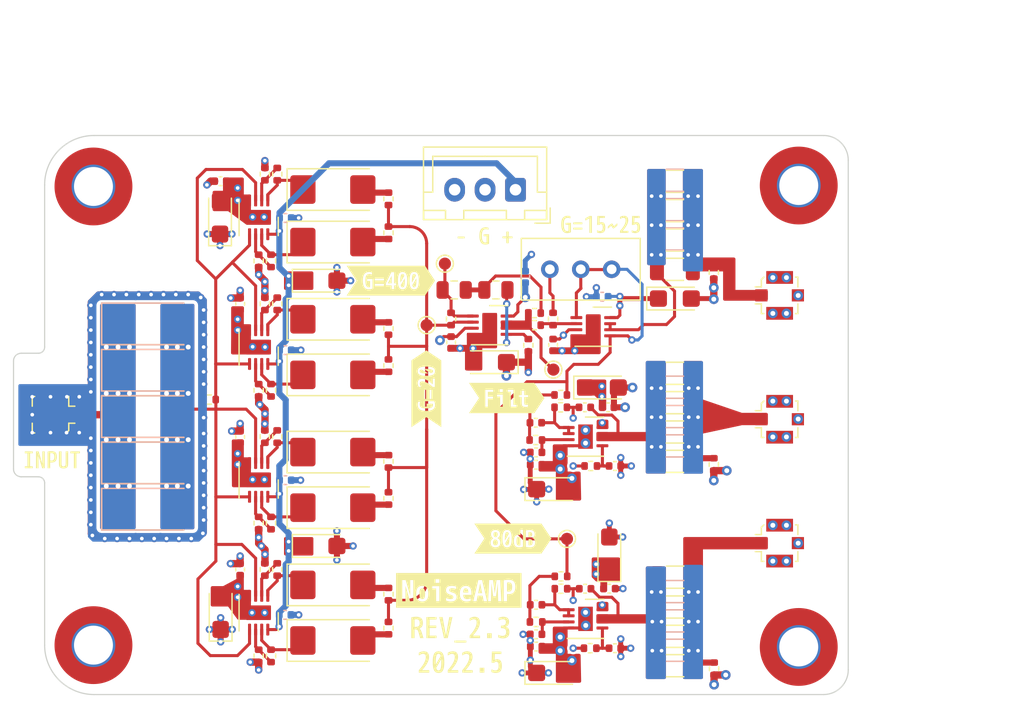
<source format=kicad_pcb>
(kicad_pcb (version 20211014) (generator pcbnew)
  (layers (0 "F.Cu" signal) (1 "In1.Cu" power) (2 "In2.Cu" power) (31 "B.Cu" signal) (34 "B.Paste" user) (35 "F.Paste" user) (36 "B.SilkS" user "B.Silkscreen") (37 "F.SilkS" user "F.Silkscreen") (38 "B.Mask" user) (39 "F.Mask" user) (44 "Edge.Cuts" user))
  (net 0 "")
  (net 1 "Net-(C1-Pad1)")
  (net 2 "Net-(C1-Pad2)")
  (net 3 "Net-(C2-Pad1)")
  (net 4 "Net-(C2-Pad2)")
  (net 5 "Net-(C3-Pad1)")
  (net 6 "Net-(C4-Pad1)")
  (net 7 "Net-(C4-Pad2)")
  (net 8 "Net-(C10-Pad1)")
  (net 9 "Net-(C10-Pad2)")
  (net 10 "Net-(C7-Pad1)")
  (net 11 "Net-(C7-Pad2)")
  (net 12 "Net-(C13-Pad1)")
  (net 13 "Net-(C13-Pad2)")
  (net 14 "Net-(C14-Pad1)")
  (net 15 "Net-(C14-Pad2)")
  (net 16 "Net-(C16-Pad1)")
  (net 17 "Net-(C16-Pad2)")
  (net 18 "Net-(C17-Pad2)")
  (net 19 "Net-(C19-Pad1)")
  (net 20 "Net-(C19-Pad2)")
  (net 21 "Net-(C22-Pad1)")
  (net 22 "Net-(C22-Pad2)")
  (net 23 "Net-(C25-Pad1)")
  (net 24 "GND")
  (net 25 "Net-(C28-Pad1)")
  (net 26 "Net-(C36-Pad1)")
  (net 27 "Net-(C36-Pad2)")
  (net 28 "Net-(C37-Pad1)")
  (net 29 "Net-(C37-Pad2)")
  (net 30 "Net-(C38-Pad2)")
  (net 31 "Net-(C39-Pad1)")
  (net 32 "Net-(C39-Pad2)")
  (net 33 "Net-(C40-Pad1)")
  (net 34 "Net-(C40-Pad2)")
  (net 35 "Net-(C43-Pad1)")
  (net 36 "Net-(C45-Pad1)")
  (net 37 "Net-(C49-Pad1)")
  (net 38 "Net-(C49-Pad2)")
  (net 39 "VDD")
  (net 40 "VSS")
  (net 41 "Net-(R1-Pad1)")
  (net 42 "Net-(R2-Pad1)")
  (net 43 "Net-(R2-Pad2)")
  (net 44 "Net-(R5-Pad1)")
  (net 45 "Net-(R4-Pad1)")
  (net 46 "Net-(R10-Pad1)")
  (net 47 "Net-(R13-Pad1)")
  (net 48 "Net-(R17-Pad1)")
  (net 49 "Net-(R22-Pad2)")
  (net 50 "Net-(R24-Pad1)")
  (net 51 "Net-(R28-Pad1)")
  (net 52 "Net-(R39-Pad1)")
  (net 53 "Net-(R32-Pad1)")
  (footprint "MountingHole:MountingHole_3.2mm_M3_Pad_TopOnly" (layer "F.Cu") (at 116.7892 79.123)
    (fp_text reference "H1" hide)
    (fp_text value "M3")
  )
  (footprint "Capacitor_SMD:C_0402_1005Metric" (layer "F.Cu") (at 159.1818 112.1938)
    (fp_text reference "C57" hide)
    (fp_text value "0.1uF")
  )
  (footprint "Resistor_SMD:R_0402_1005Metric" (layer "F.Cu") (at 131.380896 95.883 -90)
    (fp_text reference "R18" hide)
    (fp_text value "1k")
  )
  (footprint "Capacitor_SMD:C_0402_1005Metric" (layer "F.Cu") (at 157.19161 112.202319 180)
    (fp_text reference "C38" hide)
    (fp_text value "1500pF")
  )
  (footprint "Resistor_SMD:R_0402_1005Metric" (layer "F.Cu") (at 131.888896 110.618999 90)
    (fp_text reference "R37" hide)
    (fp_text value "1k")
  )
  (footprint "Capacitor_SMD:C_0402_1005Metric" (layer "F.Cu") (at 127.2286 78.6892)
    (fp_text reference "C63" hide)
    (fp_text value "0.1uF")
  )
  (footprint "Capacitor_Tantalum_SMD:CP_EIA-6032-20_AVX-F" (layer "F.Cu") (at 136.460896 90.043)
    (fp_text reference "C7" hide)
    (fp_text value "330uF TANTALUM")
  )
  (footprint "Package_SON:WSON-8-1EP_3x3mm_P0.5mm_EP1.2x2mm" (layer "F.Cu") (at 130.364896 92.330999 -90)
    (fp_text reference "U4" hide)
    (fp_text value "OPA2211")
  )
  (footprint "Package_SON:WSON-8-1EP_3x3mm_P0.5mm_EP1.2x2mm" (layer "F.Cu") (at 157.861 90.655737)
    (fp_text reference "U3" hide)
    (fp_text value "OPA2211")
  )
  (footprint "Capacitor_SMD:C_1206_3216Metric" (layer "F.Cu") (at 164.568835 96.901 180)
    (fp_text reference "C20" hide)
    (fp_text value "100uF MLCC")
  )
  (footprint "Capacitor_Tantalum_SMD:CP_EIA-6032-20_AVX-F" (layer "F.Cu") (at 121.220896 101.853999)
    (fp_text reference "C21" hide)
    (fp_text value "16V 68uF TANTALUM")
  )
  (footprint "Capacitor_SMD:C_0402_1005Metric" (layer "F.Cu") (at 159.639 117.094)
    (fp_text reference "C43" hide)
    (fp_text value "220pF")
  )
  (footprint "Capacitor_SMD:C_1206_3216Metric" (layer "F.Cu") (at 164.568835 99.314 180)
    (fp_text reference "C23" hide)
    (fp_text value "100uF MLCC")
  )
  (footprint "Capacitor_Tantalum_SMD:CP_EIA-3216-10_Kemet-I" (layer "F.Cu") (at 158.5722 95.6564)
    (fp_text reference "C60" hide)
    (fp_text value "2.2uF")
  )
  (footprint "Resistor_SMD:R_0402_1005Metric" (layer "F.Cu") (at 155.18761 96.268)
    (fp_text reference "R22" hide)
    (fp_text value "1.69k")
  )
  (footprint "kibuzzard-6238052E" (layer "F.Cu") (at 144.145 95.758 90)
    (fp_text reference "kibuzzard-6238052E" hide)
    (fp_text value "G***" hide)
  )
  (footprint "MountingHole:MountingHole_3.2mm_M3_Pad_TopOnly" (layer "F.Cu") (at 174.747228 79.0448)
    (fp_text reference "H3" hide)
    (fp_text value "M3")
  )
  (footprint "Capacitor_Tantalum_SMD:CP_EIA-6032-20_AVX-F" (layer "F.Cu") (at 121.220896 98.043999)
    (fp_text reference "C18" hide)
    (fp_text value "16V 68uF TANTALUM")
  )
  (footprint "Resistor_SMD:R_0402_1005Metric" (layer "F.Cu") (at 131.888896 99.688999 90)
    (fp_text reference "R25" hide)
    (fp_text value "1k")
  )
  (footprint "Resistor_SMD:R_0402_1005Metric" (layer "F.Cu") (at 130.876896 78.105 90)
    (fp_text reference "R4" hide)
    (fp_text value "51R")
  )
  (footprint "Capacitor_Tantalum_SMD:CP_EIA-3216-10_Kemet-I" (layer "F.Cu") (at 154.559 104.013)
    (fp_text reference "C74" hide)
    (fp_text value "2.2uF")
  )
  (footprint "Capacitor_Tantalum_SMD:CP_EIA-6032-20_AVX-F" (layer "F.Cu") (at 136.460896 79.375)
    (fp_text reference "C1" hide)
    (fp_text value "330uF TANTALUM")
  )
  (footprint "Package_SON:WSON-8-1EP_3x3mm_P0.5mm_EP1.2x2mm" (layer "F.Cu") (at 157.226 99.695)
    (fp_text reference "U5" hide)
    (fp_text value "OPA2211")
  )
  (footprint "Capacitor_Tantalum_SMD:CP_EIA-3216-10_Kemet-I" (layer "F.Cu") (at 149.3774 93.5736 180)
    (fp_text reference "C73" hide)
    (fp_text value "2.2uF")
  )
  (footprint "kibuzzard-6275398E" (layer "F.Cu") (at 146.939 115.57)
    (fp_text reference "kibuzzard-6275398E" hide)
    (fp_text value "G***" hide)
  )
  (footprint "Resistor_SMD:R_0402_1005Metric" (layer "F.Cu") (at 130.872896 99.688999 90)
    (fp_text reference "R24" hide)
    (fp_text value "51R")
  )
  (footprint "Capacitor_SMD:C_1206_3216Metric" (layer "F.Cu") (at 164.568835 78.69903 180)
    (fp_text reference "C5" hide)
    (fp_text value "100uF MLCC")
  )
  (footprint "TestPoint:TestPoint_Pad_D1.0mm" (layer "F.Cu") (at 144.1704 90.5256)
    (fp_text reference "TP4" hide)
    (fp_text value "TestPoint_Probe")
  )
  (footprint "Package_SON:WSON-8-1EP_3x3mm_P0.5mm_EP1.2x2mm" (layer "F.Cu") (at 130.364896 114.174999 -90)
    (fp_text reference "U7" hide)
    (fp_text value "OPA2211")
  )
  (footprint "Resistor_SMD:R_0402_1005Metric" (layer "F.Cu") (at 141.032896 112.647001 -90)
    (fp_text reference "R31" hide)
    (fp_text value "100R")
  )
  (footprint "Capacitor_Tantalum_SMD:CP_EIA-6032-20_AVX-F" (layer "F.Cu") (at 136.460896 105.537)
    (fp_text reference "C36" hide)
    (fp_text value "330uF TANTALUM")
  )
  (footprint "Resistor_SMD:R_0402_1005Metric" (layer "F.Cu") (at 126.326296 96.646999 180)
    (fp_text reference "R29" hide)
    (fp_text value "499R")
  )
  (footprint "Capacitor_Tantalum_SMD:CP_EIA-6032-20_AVX-F" (layer "F.Cu") (at 121.220896 105.663999)
    (fp_text reference "C24" hide)
    (fp_text value "16V 68uF TANTALUM")
  )
  (footprint "Resistor_SMD:R_0402_1005Metric" (layer "F.Cu") (at 146.177 90.020737 90)
    (fp_text reference "R1" hide)
    (fp_text value "249R")
  )
  (footprint "Resistor_SMD:R_0402_1005Metric" (layer "F.Cu") (at 130.876896 88.774999 90)
    (fp_text reference "R13" hide)
    (fp_text value "51R")
  )
  (footprint "Capacitor_Tantalum_SMD:CP_EIA-6032-20_AVX-F" (layer "F.Cu") (at 136.460896 116.458999)
    (fp_text reference "C49" hide)
    (fp_text value "330uF TANTALUM")
  )
  (footprint "kibuzzard-62380566" (layer "F.Cu") (at 150.749 96.52)
    (fp_text reference "kibuzzard-62380566" hide)
    (fp_text value "G***" hide)
  )
  (footprint "TestPoint:TestPoint_Pad_D1.0mm" (layer "F.Cu") (at 155.702 108.1024)
    (fp_text reference "TP3" hide)
    (fp_text value "TestPoint_Probe")
  )
  (footprint "Capacitor_SMD:C_1206_3216Metric" (layer "F.Cu") (at 164.568835 85.93803 180)
    (fp_text reference "C9" hide)
    (fp_text value "100uF MLCC")
  )
  (footprint "Resistor_SMD:R_0402_1005Metric" (layer "F.Cu") (at 157.6578 102.108 180)
    (fp_text reference "R20" hide)
    (fp_text value "2.15k")
  )
  (footprint "Capacitor_SMD:C_0402_1005Metric" (layer "F.Cu") (at 128.844896 88.774999 -90)
    (fp_text reference "C64" hide)
    (fp_text value "0.1uF")
  )
  (footprint "kibuzzard-62753A7A" (layer "F.Cu") (at 146.939 118.237)
    (fp_text reference "kibuzzard-62753A7A" hide)
    (fp_text value "G***" hide)
  )
  (footprint "kibuzzard-62753A96" (layer "F.Cu") (at 113.411 101.6)
    (fp_text reference "kibuzzard-62753A96" hide)
    (fp_text value "G***" hide)
  )
  (footprint "MountingHole:MountingHole_3.2mm_M3_Pad_TopOnly" (layer "F.Cu") (at 174.747228 116.990259)
    (fp_text reference "H4" hide)
    (fp_text value "M3")
  )
  (footprint "Capacitor_SMD:C_0805_2012Metric" (layer "F.Cu") (at 149.86 87.63 180)
    (fp_text reference "C3" hide)
    (fp_text value "4.7uF")
  )
  (footprint "Resistor_SMD:R_0402_1005Metric" (layer "F.Cu") (at 131.380896 106.804999 -90)
    (fp_text reference "R30" hide)
    (fp_text value "1k")
  )
  (footprint "Resistor_SMD:R_0402_1005Metric" (layer "F.Cu") (at 130.364896 106.804999 -90)
    (fp_text reference "R28" hide)
    (fp_text value "51R")
  )
  (footprint "Resistor_SMD:R_0402_1005Metric" (layer "F.Cu") (at 141.032896 101.727 -90)
    (fp_text reference "R21" hide)
    (fp_text value "100R")
  )
  (footprint "Capacitor_Tantalum_SMD:CP_EIA-3216-10_Kemet-I" (layer "F.Cu") (at 135.444896 86.869999)
    (fp_text reference "C58" hide)
    (fp_text value "2.2uF")
  )
  (footprint "Capacitor_Tantalum_SMD:CP_EIA-6032-20_AVX-F" (layer "F.Cu") (at 136.460896 111.887)
    (fp_text reference "C39" hide)
    (fp_text value "330uF TANTALUM")
  )
  (footprint "Resistor_SMD:R_0402_1005Metric" (layer "F.Cu") (at 167.790165 118.784112 -90)
    (fp_text reference "R40" hide)
    (fp_text value "49.9R")
  )
  (footprint "Symbol:texas_instruments_12x3.6mm" (layer "F.Cu") (at 119.634 85.725)
    (fp_text reference "G***" hide)
    (fp_text value "LOGO" hide)
  )
  (footprint "Resistor_SMD:R_0402_1005Metric" (layer "F.Cu") (at 131.380896 117.726999 -90)
    (fp_text reference "R41" hide)
    (fp_text value "1k")
  )
  (footprint "Potentiometer_THT:Potentiometer_Bourns_3296W_Vertical" (layer "F.Cu") (at 154.295 85.933478 180)
    (fp_text reference "RV1" hide)
    (fp_text value "1k")
  )
  (footprint "Capacitor_SMD:C_0402_1005Metric" (layer "F.Cu") (at 146.177 91.948 -90)
    (fp_text reference "C67" hide)
    (fp_text value "0.1uF")
  )
  (footprint "Capacitor_SMD:C_0402_1005Metric" (layer "F.Cu") (at 159.0802 97.284)
    (fp_text reference "C56" hide)
    (fp_text value "0.1uF")
  )
  (footprint "Package_SON:WSON-8-1EP_3x3mm_P0.5mm_EP1.2x2mm" (layer "F.Cu") (at 130.364896 81.662999 -90)
    (fp_text reference "U1" hide)
    (fp_text value "OPA2211")
  )
  (footprint "Resistor_SMD:R_0402_1005Metric" (layer "F.Cu") (at 154.559 90.020737 90)
    (fp_text reference "R2" hide)
    (fp_text value "1.5k")
  )
  (footprint "Resistor_SMD:R_0402_1005Metric" (layer "F.Cu") (at 155.21041 111.186319)
    (fp_text reference "R35" hide)
    (fp_text value "1.69k")
  )
  (footprint "kibuzzard-6238081A" (layer "F.Cu") (at 148.971 83.185)
    (fp_text reference "kibuzzard-6238081A" hide)
    (fp_text value "G***" hide)
  )
  (footprint "Resistor_SMD:R_0402_1005Metric" (layer "F.Cu") (at 153.035 90.528737)
    (fp_text reference "R6" hide)
    (fp_text value "100R")
  )
  (footprint "Resistor_SMD:R_0402_1005Metric" (layer "F.Cu") (at 141.032896 80.138999 -90)
    (fp_text reference "R3" hide)
    (fp_text value "100R")
  )
  (footprint "Capacitor_Tantalum_SMD:CP_EIA-3216-10_Kemet-I" (layer "F.Cu") (at 135.444896 108.688599)
    (fp_text reference "C59" hide)
    (fp_text value "2.2uF")
  )
  (footprint "Connector_Coaxial:U.FL_Molex_MCRF_73412-0110_Vertical" (layer "F.Cu") (at 173.1772 98.264886 -90)
    (fp_text reference "J3" hide)
    (fp_text value "10Hz to 1MHz")
  )
  (footprint "Capacitor_SMD:C_0805_2012Metric" (layer "F.Cu") (at 146.431 87.63 180)
    (fp_text reference "C2" hide)
    (fp_text value "4.7uF")
  )
  (footprint "Capacitor_SMD:C_0402_1005Metric" (layer "F.Cu") (at 153.162 115.951 180)
    (fp_text reference "C45" hide)
    (fp_text value "1000pF")
  )
  (footprint "Capacitor_SMD:C_1206_3216Metric" (layer "F.Cu") (at 164.568835 81.11203 180)
    (fp_text reference "C6" hide)
    (fp_text value "100uF MLCC")
  )
  (footprint "Capacitor_Tantalum_SMD:CP_EIA-6032-20_AVX-F" (layer "F.Cu") (at 121.220896 90.423999)
    (fp_text reference "C14" hide)
    (fp_text value "16V 68uF TANTALUM")
  )
  (footprint "Capacitor_Tantalum_SMD:CP_EIA-3216-10_Kemet-I" (layer "F.Cu") (at 159.1818 109.2982 90)
    (fp_text reference "C62" hide)
    (fp_text value "2.2uF")
  )
  (footprint "Package_SON:WSON-8-1EP_3x3mm_P0.5mm_EP1.2x2mm" (layer "F.Cu") (at 157.226 114.681)
    (fp_text reference "U8" hide)
    (fp_text value "OPA2211")
  )
  (footprint "kibuzzard-62380883" (layer "F.Cu") (at 158.4706 82.2452)
    (fp_text reference "kibuzzard-62380883" hide)
    (fp_text value "G***" hide)
  )
  (footprint "TestPoint:TestPoint_Pad_D1.0mm" (layer "F.Cu") (at 154.5844 94.1832)
    (fp_text reference "TP2" hide)
    (fp_text value "TestPoint_Probe")
  )
  (footprint "Capacitor_Tantalum_SMD:CP_EIA-3216-10_Kemet-I" (layer "F.Cu") (at 164.5666 88.3412)
    (fp_text reference "C61" hide)
    (fp_text value "2.2uF")
  )
  (footprint "Resistor_SMD:R_0402_1005Metric" (layer "F.Cu") (at 141.032896 82.931 90)
    (fp_text reference "R9" hide)
    (fp_text value "100R")
  )
  (footprint "Capacitor_SMD:C_1206_3216Metric" (layer "F.Cu") (at 164.592 118.532111 180)
    (fp_text reference "C44" hide)
    (fp_text value "100uF MLCC")
  )
  (footprint "Resistor_SMD:R_0402_1005Metric" (layer "F.Cu") (at 141.032896 104.776999 90)
    (fp_text reference "R27" hide)
    (fp_text value "100R")
  )
  (footprint "Resistor_SMD:R_0402_1005Metric" (layer "F.Cu") (at 153.1392 99.9744 180)
    (fp_text reference "R23" hide)
    (fp_text value "1.24k")
  )
  (footprint "Resistor_SMD:R_0402_1005Metric" (layer "F.Cu") (at 153.035 89.535)
    (fp_text reference "R5" hide)
    (fp_text value "2k")
  )
  (footprint "Capacitor_SMD:C_1206_3216Metric" (layer "F.Cu") (at 164.568835 101.727 180)
    (fp_text reference "C26" hide)
    (fp_text value "100uF MLCC")
  )
  (footprint "Resistor_SMD:R_0402_1005Metric" (layer "F.Cu") (at 141.032896 90.805 -90)
    (fp_text reference "R12" hide)
    (fp_text value "100R")
  )
  (footprint "Package_SON:WSON-8-1EP_3x3mm_P0.5mm_EP1.2x2mm" (layer "F.Cu") (at 149.352 90.528737)
    (fp_text reference "U2" hide)
    (fp_text value "OPA2211")
  )
  (footprint "Capacitor_SMD:C_0402_1005Metric" (layer "F.Cu") (at 153.162 113.523119 180)
    (fp_text reference "C40" hide)
    (fp_text value "1200pF")
  )
  (footprint "TestPoint:TestPoint_Pad_D1.0mm" (layer "F.Cu") (at 145.669 85.471)
    (fp_text reference "TP1" hide)
    (fp_text value "TestPoint_Probe")
  )
  (footprint "Capacitor_SMD:C_0402_1005Metric" (layer "F.Cu") (at 153.162 102.0064)
    (fp_text reference "C69" hide)
    (fp_text value "0.1uF")
  )
  (footprint "Capacitor_Tantalum_SMD:CP_EIA-6032-20_AVX-F" (layer "F.Cu") (at 136.460896 83.692999)
    (fp_text reference "C4" hide)
    (fp_text value "330uF TANTALUM")
  )
  (footprint "Capacitor_SMD:C_0402_1005Metric" (layer "F.Cu") (at 153.17099 116.958481)
    (fp_text reference "C70" hide)
    (fp_text value "0.1uF")
  )
  (footprint "kibuzzard-6238054F" (layer "F.Cu") (at 141.224 86.868)
    (fp_text reference "kibuzzard-6238054F" hide)
    (fp_text value "G***" hide)
  )
  (footprint "Capacitor_Tantalum_SMD:CP_EIA-3216-10_Kemet-I" (layer "F.Cu") (at 127.240696 114.198399 90)
    (fp_text reference "C72" hide)
    (fp_text value "2.2uF")
  )
  (footprint "Resistor_SMD:R_0402_1005Metric" (layer "F.Cu") (at 131.892896 78.106999 90)
    (fp_text reference "R7" hide)
    (fp_text value "1k")
  )
  (footprint "Capacitor_SMD:C_1206_3216Metric" (layer "F.Cu") (at 164.592 116.119111 180)
    (fp_text reference "C42" hide)
    (fp_text value "100uF MLCC")
  )
  (footprint "Capacitor_SMD:C_0402_1005Metric" (layer "F.Cu") (at 159.639 102.108)
    (fp_text reference "C25" hide)
    (fp_text value "22pF")
  )
  (footprint "Resistor_SMD:R_0402_1005Metric" (layer "F.Cu") (at 152.527 92.179737 -90)
    (fp_text reference "R8" hide)
    (fp_text value "5.76k")
  )
  (footprint "Resistor_SMD:R_0402_1005Metric" (layer "F.Cu") (at 131.380896 85.242399 -90)
    (fp_text reference "R11" hide)
    (fp_text value "1k")
  )
  (footprint "Resistor_SMD:R_0402_1005Metric" (layer "F.Cu") (at 155.18761 97.284 180)
    (fp_text reference "R19" hide)
    (fp_text value "4.02k")
  )
  (footprint "Resistor_SMD:R_0402_1005Metric" (layer "F.Cu") (at 141.032896 115.443 90)
    (fp_text reference "R38" hide)
    (fp_text value "100R")
  )
  (footprint "Resistor_SMD:R_0402_1005Metric" (layer "F.Cu") (at 157.607 117.094 180)
    (fp_text reference "R34" hide)
    (fp_text value "2.15k")
  )
  (footprint "Capacitor_SMD:C_0402_1005Metric" (layer "F.Cu") (at 153.162 100.9904 180)
    (fp_text reference "C28" hide)
    (fp_text value "100pF")
  )
  (footprint "Capacitor_SMD:C_0402_1005Metric" (layer "F.Cu") (at 128.840896 110.618999 -90)
    (fp_text reference "C66" hide)
    (fp_text value "0.1uF")
  )
  (footprint "kibuzzard-62380599" (layer "F.Cu") (at 151.257 108.077)
    (fp_text reference "kibuzzard-62380599" hide)
    (fp_text value "G***" hide)
  )
  (footprint "MountingHole:MountingHole_3.2mm_M3_Pad_TopOnly" (layer "F.Cu") (at 116.7892 116.842)
    (fp_text reference "H2" hide)
    (fp_text value "M3")
  )
  (footprint "Capacitor_SMD:C_0402_1005Metric" (layer "F.Cu") (at 154.559 92.1512 -90)
    (fp_text reference "C68" hide)
    (fp_text value "0.1uF")
  )
  (footprint "Resistor_SMD:R_0402_1005Metric" (layer "F.Cu") (at 167.767 101.981 -90)
    (fp_text reference "R26" hide)
    (fp_text value "49.9R")
  )
  (footprint "Resistor_SMD:R_0402_1005Metric" (layer "F.Cu") (at 141.032896 93.853 90)
    (fp_text reference "R15" hide)
    (fp_text value "100R")
  )
  (footprint "Capacitor_Tantalum_SMD:CP_EIA-3216-10_Kemet-I" (layer "F.Cu") (at 127.189896 81.686399 90)
    (fp_text reference "C71" hide)
    (fp_text value "2.2uF")
  )
  (footprint "Capacitor_Tantalum_SMD:CP_EIA-6032-20_AVX-F" (layer "F.Cu") (at 136.460896 100.965)
    (fp_text reference "C22" hide)
    (fp_text value "330uF TANTALUM")
  )
  (footprint "Resistor_SMD:R_0402_1005Metric" (layer "F.Cu") (at 130.872896 110.618999 90)
    (fp_text reference "R32" hide)
    (fp_text value "51R")
  )
  (footprint "Capacitor_SMD:C_1206_3216Metric" (layer "F.Cu") (at 164.568835 83.52503 180)
    (fp_text reference "C8" hide)
    (fp_text value "100uF MLCC")
  )
  (footprint "Connector_Coaxial:U.FL_Molex_MCRF_73412-0110_Vertical" (layer "F.Cu") (at 113.2586 97.8916 90)
    (fp_text reference "J4" hide)
    (fp_text value "Input")
  )
  (footprint "Resistor_SMD:R_0402_1005Metric" (layer "F.Cu") (at 131.892896 88.773 90)
    (fp_text reference "R14" hide)
    (fp_text value "1k")
  )
  (footprint "Capacitor_SMD:C_0402_1005Metric" (layer "F.Cu") (at 157.16881 97.284 180)
    (fp_text reference "C17" hide)
    (fp_text value "150pF")
  )
  (footprint "Capacitor_SMD:C_1206_3216Metric" (layer "F.Cu") (at 164.592 113.706111 180)
    (fp_text reference "C41" hide)
    (fp_text value "100uF MLCC")
  )
  (footprint "Capacitor_SMD:C_1206_3216Metric" (layer "F.Cu") (at 164.568835 94.488 180)
    (fp_text reference "C16" hide)
    (fp_text value "100uF MLCC")
  )
  (footprint "Capacitor_Tantalum_SMD:CP_EIA-6032-20_AVX-F" (layer "F.Cu") (at 121.220896 94.233999)
    (fp_text reference "C15" hide)
    (fp_text value "16V 68uF TANTALUM")
  )
  (footprint "Connector_Coaxial:U.FL_Molex_MCRF_73412-0110_Vertical" (layer "F.Cu") (at 173.1772 108.451382 -90)
    (fp_text reference "J5" hide)
    (fp_text value "10Hz to 100kHz")
  )
  (footprint "Capacitor_SMD:C_0402_1005Metric" (layer "F.Cu") (at 153.1392 98.552 180)
    (fp_text reference "C19" hide)
    (fp_text value "120pF")
  )
  (footprint "Resistor_SMD:R_0402_1005Metric" (layer "F.Cu") (at 153.163999 114.935 180)
    (fp_text reference "R36" hide)
    (fp_text value "1.24k")
  )
  (footprint "Resistor_SMD:R_0402_1005Metric" (layer "F.Cu") (at 130.364896 85.242399 -90)
    (fp_text reference "R10" hide)
    (fp_text value "51R")
  )
  (footprint "Resistor_SMD:R_0402_1005Metric" (layer "F.Cu") (at 155.21041 112.202319 180)
    (fp_text reference "R33" hide)
    (fp_text value "4.02k")
  )
  (footprint "Package_SON:WSON-8-1EP_3x3mm_P0.5mm_EP1.2x2mm" (layer "F.Cu") (at 130.364896 103.252999 -90)
    (fp_text reference "U6" hide)
    (fp_text value "OPA2211")
  )
  (footprint "Capacitor_Tantalum_SMD:CP_EIA-3216-10_Kemet-I" (layer "F.Cu") (at 154.559 119.126)
    (fp_text reference "C75" hide)
    (fp_text value "2.2uF")
  )
  (footprint "Capacitor_SMD:C_1206_3216Metric" (layer "F.Cu") (at 164.592 111.252 180)
    (fp_text reference "C37" hide)
    (fp_text value "100uF MLCC")
  )
  (footprint "kibuzzard-62380362" (layer "F.Cu") (at 146.812 112.337491)
    (fp_text reference "kibuzzard-62380362" hide)
    (fp_text value "G***" hide)
  )
  (footprint "Capacitor_SMD:C_0402_1005Metric" (layer "F.Cu") (at 128.840896 99.718999 -90)
    (fp_text reference "C65" hide)
    (fp_text value "0.1uF")
  )
  (footprint "Connector_JST:JST_XH_B3B-XH-A_1x03_P2.50mm_Vertical" (layer "F.Cu") (at 151.471 79.392 180)
    (fp_text reference "J1" hide)
    (fp_text value "Power")
  )
  (footprint "Resistor_SMD:R_0402_1005Metric" (layer "F.Cu") (at 130.364896 117.726999 -90)
    (fp_text reference "R39" hide)
    (fp_text value "51R")
  )
  (footprint "Connector_Coaxial:U.FL_Molex_MCRF_73412-0110_Vertical" (layer "F.Cu") (at 173.1772 88.07839 -90)
    (fp_text reference "J2" hide)
    (fp_text value "10Hz to WIDEBAND")
  )
  (footprint "Resistor_SMD:R_0402_1005Metric" (layer "F.Cu") (at 167.767 86.19203 -90)
    (fp_text reference "R16" hide)
    (fp_text value "49.9R")
  )
  (footprint "Capacitor_Tantalum_SMD:CP_EIA-6032-20_AVX-F" (layer "F.Cu") (at 136.460896 94.615)
    (fp_text reference "C13" hide)
    (fp_text value "330uF TANTALUM")
  )
  (footprint "Resistor_SMD:R_0402_1005Metric" (layer "F.Cu") (at 130.364896 95.884999 -90)
    (fp_text reference "R17" hide)
    (fp_text value "51R")
  )
  (footprint "Capacitor_SMD:C_0402_1005Metric" (layer "B.Cu") (at 132.5626 103.2764)
    (fp_text reference "C52" hide)
    (fp_text value "0.1uF")
  )
  (footprint "Capacitor_SMD:C_0402_1005Metric" (layer "B.Cu") (at 158.5976 88.1888 180)
    (fp_text reference "C55" hide)
    (fp_text value "0.1uF")
  )
  (footprint "Capacitor_SMD:C_0402_1005Metric" (layer "B.Cu") (at 132.5626 81.7118)
    (fp_text reference "C50" hide)
    (fp_text value "0.1uF")
  )
  (footprint "Capacitor_Tantalum_SMD:CP_EIA-6032-20_AVX-F" (layer "B.Cu") (at 121.220896 101.853999)
    (fp_text reference "C34" hide)
    (fp_text value "16V 68uF TANTALUM")
  )
  (footprint "Capacitor_SMD:C_1206_3216Metric" (layer "B.Cu") (at 164.592 117.262111 180)
    (fp_text reference "C48" hide)
    (fp_text value "100uF MLCC")
  )
  (footprint "Capacitor_SMD:C_0402_1005Metric" (layer "B.Cu") (at 152.273 86.5632 90)
    (fp_text reference "C54" hide)
    (fp_text value "0.1uF")
  )
  (footprint "Capacitor_SMD:C_1206_3216Metric" (layer "B.Cu") (at 164.592 114.849111 180)
    (fp_text reference "C47" hide)
    (fp_text value "100uF MLCC")
  )
  (footprint "Capacitor_SMD:C_0402_1005Metric" (layer "B.Cu") (at 132.5626 92.583)
    (fp_text reference "C51" hide)
    (fp_text value "0.1uF")
  )
  (footprint "Capacitor_SMD:C_0402_1005Metric" (layer "B.Cu") (at 132.5372 114.3508)
    (fp_text reference "C53" hide)
    (fp_text value "0.1uF")
  )
  (footprint "Capacitor_Tantalum_SMD:CP_EIA-6032-20_AVX-F" (layer "B.Cu") (at 121.220896 94.233999)
    (fp_text reference "C30" hide)
    (fp_text value "16V 68uF TANTALUM")
  )
  (footprint "Capacitor_Tantalum_SMD:CP_EIA-6032-20_AVX-F" (layer "B.Cu") (at 121.220896 90.423999)
    (fp_text reference "C27" hide)
    (fp_text value "16V 68uF TANTALUM")
  )
  (footprint "Capacitor_SMD:C_1206_3216Metric" (layer "B.Cu") (at 164.568835 98.044 180)
    (fp_text reference "C31" hide)
    (fp_text value "100uF MLCC")
  )
  (footprint "Capacitor_SMD:C_1206_3216Metric" (layer "B.Cu") (at 164.568835 83.439 180)
    (fp_text reference "C12" hide)
    (fp_text value "100uF MLCC")
  )
  (footprint "Capacitor_SMD:C_1206_3216Metric" (layer "B.Cu") (at 164.568835 95.631 180)
    (fp_text reference "C29" hide)
    (fp_text value "100uF MLCC")
  )
  (footprint "Capacitor_Tantalum_SMD:CP_EIA-6032-20_AVX-F" (layer "B.Cu") (at 121.220896 105.663999)
    (fp_text reference "C35" hide)
    (fp_text value "16V 68uF TANTALUM")
  )
  (footprint "Capacitor_SMD:C_1206_3216Metric" (layer "B.Cu") (at 164.568835 81.026 180)
    (fp_text reference "C11" hide)
    (fp_text value "100uF MLCC")
  )
  (footprint "Capacitor_SMD:C_1206_3216Metric" (layer "B.Cu") (at 164.568835 100.457 180)
    (fp_text reference "C33" hide)
    (fp_text value "100uF MLCC")
  )
  (footprint "Symbol:linear_logo_20mmx4.8mm" (layer "B.Cu") (at 140.6906 97.8916 -90)
    (fp_text reference "G***" hide)
    (fp_text value "LOGO" hide)
  )
  (footprint "Capacitor_SMD:C_1206_3216Metric" (layer "B.Cu") (at 164.568835 78.613 180)
    (fp_text reference "C10" hide)
    (fp_text value "100uF MLCC")
  )
  (footprint "Capacitor_SMD:C_1206_3216Metric" (layer "B.Cu") (at 164.592 112.436111 180)
    (fp_text reference "C46" hide)
    (fp_text value "100uF MLCC")
  )
  (footprint "Capacitor_Tantalum_SMD:CP_EIA-6032-20_AVX-F" (layer "B.Cu") (at 121.220896 98.043999)
    (fp_text reference "C32" hide)
    (fp_text value "16V 68uF TANTALUM")
  )
  (gr_arc (start 110.219453 93.471999) (mid 110.40544 93.022986) (end 110.854453 92.836999) (layer "Edge.Cuts") (width 0.1))
  (gr_arc (start 176.784 74.93) (mid 178.220841 75.525159) (end 178.816 76.962) (layer "Edge.Cuts") (width 0.1))
  (gr_arc (start 112.776 78.994) (mid 113.966318 76.120318) (end 116.84 74.93) (layer "Edge.Cuts") (width 0.1))
  (gr_line (start 112.776 92.329) (end 112.776 78.994) (layer "Edge.Cuts") (width 0.1))
  (gr_arc (start 112.776 92.329) (mid 112.62721 92.68821) (end 112.268 92.837) (layer "Edge.Cuts") (width 0.1))
  (gr_arc (start 112.268 102.997) (mid 112.62721 103.14579) (end 112.776 103.505) (layer "Edge.Cuts") (width 0.1))
  (gr_line (start 110.854453 92.836999) (end 112.268 92.837) (layer "Edge.Cuts") (width 0.1))
  (gr_arc (start 178.816 118.872) (mid 178.220841 120.308841) (end 176.784 120.904) (layer "Edge.Cuts") (width 0.1))
  (gr_line (start 112.776 116.84) (end 112.776 103.505) (layer "Edge.Cuts") (width 0.1))
  (gr_line (start 110.219453 93.471999) (end 110.219453 102.361999) (layer "Edge.Cuts") (width 0.1))
  (gr_arc (start 110.854453 102.996999) (mid 110.40544 102.811012) (end 110.219453 102.361999) (layer "Edge.Cuts") (width 0.1))
  (gr_arc (start 116.84 120.904) (mid 113.966318 119.713682) (end 112.776 116.84) (layer "Edge.Cuts") (width 0.1))
  (gr_line (start 178.816 76.962) (end 178.816 118.872) (layer "Edge.Cuts") (width 0.1))
  (gr_line (start 116.84 74.93) (end 176.784 74.93) (layer "Edge.Cuts") (width 0.1))
  (gr_line (start 116.84 120.904) (end 176.784 120.904) (layer "Edge.Cuts") (width 0.1))
  (gr_line (start 110.854453 102.996999) (end 112.268 102.997) (layer "Edge.Cuts") (width 0.1))
  (segment (start 131.114896 79.793399) (end 131.892896 79.015399) (width 0.25) (layer "F.Cu") (net 1))
  (segment (start 131.892896 78.616999) (end 133.240395 78.616999) (width 0.25) (layer "F.Cu") (net 1))
  (segment (start 133.240395 78.616999) (end 133.998396 79.375) (width 0.25) (layer "F.Cu") (net 1))
  (segment (start 131.892896 79.015399) (end 131.892896 78.616999) (width 0.25) (layer "F.Cu") (net 1))
  (segment (start 131.114896 80.275499) (end 131.114896 79.793399) (width 0.25) (layer "F.Cu") (net 1))
  (segment (start 139.177395 79.628999) (end 138.923396 79.375) (width 0.5) (layer "F.Cu") (net 2))
  (segment (start 141.032896 79.628999) (end 139.177395 79.628999) (width 0.5) (layer "F.Cu") (net 2))
  (segment (start 152.654 86.487) (end 149.8346 86.487) (width 0.25) (layer "F.Cu") (net 3))
  (segment (start 153.5684 87.4014) (end 152.654 86.487) (width 0.25) (layer "F.Cu") (net 3))
  (segment (start 153.545 89.535) (end 153.5684 89.5116) (width 0.25) (layer "F.Cu") (net 3))
  (segment (start 148.91 87.63) (end 147.381 87.63) (width 0.4) (layer "F.Cu") (net 3))
  (segment (start 153.5684 89.5116) (end 153.5684 87.4014) (width 0.25) (layer "F.Cu") (net 3))
  (segment (start 149.8346 86.487) (end 149.098 87.2236) (width 0.25) (layer "F.Cu") (net 3))
  (segment (start 145.669 85.471) (end 145.669 87.564) (width 0.25) (layer "F.Cu") (net 4))
  (segment (start 147.9645 89.778737) (end 146.445 89.778737) (width 0.25) (layer "F.Cu") (net 4))
  (segment (start 146.177 89.510737) (end 146.177 88.392) (width 0.25) (layer "F.Cu") (net 4))
  (segment (start 146.177 88.392) (end 145.923 88.138) (width 0.25) (layer "F.Cu") (net 4))
  (segment (start 145.669 87.564) (end 145.735 87.63) (width 0.25) (layer "F.Cu") (net 4))
  (segment (start 146.445 89.778737) (end 146.177 89.510737) (width 0.25) (layer "F.Cu") (net 4))
  (segment (start 150.7395 91.278737) (end 150.7395 91.9575) (width 0.25) (layer "F.Cu") (net 5))
  (segment (start 150.7395 91.278737) (end 152.136 91.278737) (width 0.25) (layer "F.Cu") (net 5))
  (segment (start 150.7395 91.9575) (end 150.7395 91.9639) (width 0.25) (layer "F.Cu") (net 5))
  (segment (start 150.749 88.773) (end 150.749 87.691) (width 0.25) (layer "F.Cu") (net 5))
  (segment (start 150.749 87.691) (end 150.81 87.63) (width 0.25) (layer "F.Cu") (net 5))
  (segment (start 152.136 91.278737) (end 152.527 91.669737) (width 0.25) (layer "F.Cu") (net 5))
  (via (at 150.7395 91.9575) (size 0.603) (drill 0.301) (layers "F.Cu" "B.Cu") (net 5))
  (via (at 150.749 88.773) (size 0.603) (drill 0.301) (layers "F.Cu" "B.Cu") (net 5))
  (segment (start 150.7395 91.9575) (end 150.749 91.948) (width 0.25) (layer "B.Cu") (net 5))
  (segment (start 150.749 91.948) (end 150.749 88.773) (width 0.25) (layer "B.Cu") (net 5))
  (segment (start 130.614896 83.050499) (end 130.614896 83.966399) (width 0.25) (layer "F.Cu") (net 6))
  (segment (start 130.614896 83.966399) (end 131.380896 84.732399) (width 0.25) (layer "F.Cu") (net 6))
  (segment (start 131.380896 84.732399) (end 133.817296 84.732399) (width 0.25) (layer "F.Cu") (net 6))
  (segment (start 141.032896 83.441) (end 139.175396 83.441) (width 0.5) (layer "F.Cu") (net 7))
  (segment (start 139.175396 83.441) (end 138.923396 83.693) (width 0.5) (layer "F.Cu") (net 7))
  (segment (start 166.299835 85.68203) (end 166.043835 85.93803) (width 0.5) (layer "F.Cu") (net 8))
  (segment (start 167.767 85.68203) (end 166.299835 85.68203) (width 0.5) (layer "F.Cu") (net 8))
  (via (at 166.4716 79.91823) (size 0.603) (drill 0.301) (layers "F.Cu" "B.Cu") (net 8))
  (via (at 166.4716 82.30583) (size 0.603) (drill 0.301) (layers "F.Cu" "B.Cu") (net 8))
  (via (at 165.6588 82.30583) (size 0.603) (drill 0.301) (layers "F.Cu" "B.Cu") (net 8))
  (via (at 165.6588 79.91823) (size 0.603) (drill 0.301) (layers "F.Cu" "B.Cu") (net 8))
  (via (at 166.4716 84.74423) (size 0.603) (drill 0.301) (layers "F.Cu" "B.Cu") (net 8))
  (via (at 165.6588 84.74423) (size 0.603) (drill 0.301) (layers "F.Cu" "B.Cu") (net 8))
  (segment (start 159.2485 90.905737) (end 159.2485 90.405737) (width 0.25) (layer "F.Cu") (net 9))
  (segment (start 162.0012 90.4748) (end 163.8808 90.4748) (width 0.25) (layer "F.Cu") (net 9))
  (segment (start 161.570263 90.905737) (end 162.0012 90.4748) (width 0.25) (layer "F.Cu") (net 9))
  (segment (start 164.5412 87.7316) (end 163.1696 86.36) (width 0.25) (layer "F.Cu") (net 9))
  (segment (start 159.2485 90.905737) (end 161.570263 90.905737) (width 0.25) (layer "F.Cu") (net 9))
  (segment (start 163.8808 90.4748) (end 164.5412 89.8144) (width 0.25) (layer "F.Cu") (net 9))
  (segment (start 164.5412 89.8144) (end 164.5412 87.7316) (width 0.25) (layer "F.Cu") (net 9))
  (via (at 162.6616 79.91823) (size 0.603) (drill 0.301) (layers "F.Cu" "B.Cu") (net 9))
  (via (at 163.4236 82.30583) (size 0.603) (drill 0.301) (layers "F.Cu" "B.Cu") (net 9))
  (via (at 163.4236 79.91823) (size 0.603) (drill 0.301) (layers "F.Cu" "B.Cu") (net 9))
  (via (at 163.4236 84.74423) (size 0.603) (drill 0.301) (layers "F.Cu" "B.Cu") (net 9))
  (via (at 162.6616 84.74423) (size 0.603) (drill 0.301) (layers "F.Cu" "B.Cu") (net 9))
  (via (at 162.6616 82.30583) (size 0.603) (drill 0.301) (layers "F.Cu" "B.Cu") (net 9))
  (segment (start 131.892896 89.683399) (end 131.892896 89.283) (width 0.25) (layer "F.Cu") (net 10))
  (segment (start 133.238396 89.283) (end 133.998396 90.043) (width 0.25) (layer "F.Cu") (net 10))
  (segment (start 131.114896 90.461399) (end 131.892896 89.683399) (width 0.25) (layer "F.Cu") (net 10))
  (segment (start 131.114896 90.943499) (end 131.114896 90.461399) (width 0.25) (layer "F.Cu") (net 10))
  (segment (start 131.892896 89.283) (end 133.238396 89.283) (width 0.25) (layer "F.Cu") (net 10))
  (segment (start 139.175396 90.295) (end 138.923396 90.043) (width 0.5) (layer "F.Cu") (net 11))
  (segment (start 141.032896 90.295) (end 139.175396 90.295) (width 0.5) (layer "F.Cu") (net 11))
  (segment (start 130.614896 93.718499) (end 130.614896 94.607) (width 0.25) (layer "F.Cu") (net 12))
  (segment (start 133.240396 95.373) (end 133.998396 94.615) (width 0.25) (layer "F.Cu") (net 12))
  (segment (start 130.614896 94.607) (end 131.380896 95.373) (width 0.25) (layer "F.Cu") (net 12))
  (segment (start 131.380896 95.373) (end 133.240396 95.373) (width 0.25) (layer "F.Cu") (net 12))
  (segment (start 141.032896 94.363) (end 139.175396 94.363) (width 0.5) (layer "F.Cu") (net 13))
  (segment (start 139.175396 94.363) (end 138.923396 94.615) (width 0.5) (layer "F.Cu") (net 13))
  (segment (start 114.7586 97.8916) (end 118.605997 97.8916) (width 0.6) (layer "F.Cu") (net 14))
  (segment (start 118.605997 97.8916) (end 118.758396 98.043999) (width 0.6) (layer "F.Cu") (net 14))
  (via (at 117.842696 96.138999) (size 0.8) (drill 0.4) (layers "F.Cu" "B.Cu") (net 14))
  (via (at 118.807896 99.948999) (size 0.8) (drill 0.4) (layers "F.Cu" "B.Cu") (net 14))
  (via (at 119.747696 96.138999) (size 0.8) (drill 0.4) (layers "F.Cu" "B.Cu") (net 14))
  (via (at 117.842696 92.328999) (size 0.8) (drill 0.4) (layers "F.Cu" "B.Cu") (net 14))
  (via (at 118.807896 92.328999) (size 0.8) (drill 0.4) (layers "F.Cu" "B.Cu") (net 14))
  (via (at 118.807896 96.138999) (size 0.8) (drill 0.4) (layers "F.Cu" "B.Cu") (net 14))
  (via (at 119.747696 99.948999) (size 0.8) (drill 0.4) (layers "F.Cu" "B.Cu") (net 14))
  (via (at 117.842696 99.948999) (size 0.8) (drill 0.4) (layers "F.Cu" "B.Cu") (net 14))
  (via (at 119.747696 103.758999) (size 0.8) (drill 0.4) (layers "F.Cu" "B.Cu") (net 14))
  (via (at 117.842696 103.758999) (size 0.8) (drill 0.4) (layers "F.Cu" "B.Cu") (net 14))
  (via (at 118.807896 103.758999) (size 0.8) (drill 0.4) (layers "F.Cu" "B.Cu") (net 14))
  (via (at 119.747696 92.328999) (size 0.8) (drill 0.4) (layers "F.Cu" "B.Cu") (net 14))
  (segment (start 126.8476 97.4344) (end 126.8476 96.658303) (width 0.25) (layer "F.Cu") (net 15))
  (segment (start 126.3904 117.7036) (end 128.6256 117.7036) (width 0.25) (layer "F.Cu") (net 15))
  (segment (start 126.836296 86.726904) (end 128.2192 85.344) (width 0.25) (layer "F.Cu") (net 15))
  (segment (start 126.836296 93.718499) (end 126.836296 86.726904) (width 0.25) (layer "F.Cu") (net 15))
  (segment (start 125.3744 111.4044) (end 125.3744 116.6876) (width 0.25) (layer "F.Cu") (net 15))
  (segment (start 129.032 77.724) (end 126.0348 77.724) (width 0.25) (layer "F.Cu") (net 15))
  (segment (start 124.292995 97.4344) (end 126.8476 97.4344) (width 0.25) (layer "F.Cu") (net 15))
  (segment (start 129.607395 104.648) (end 129.614896 104.640499) (width 0.25) (layer "F.Cu") (net 15))
  (segment (start 126.8476 108.5596) (end 126.8476 109.9312) (width 0.25) (layer "F.Cu") (net 15))
  (segment (start 130.114896 98.212496) (end 129.3368 97.4344) (width 0.25) (layer "F.Cu") (net 15))
  (segment (start 130.114896 80.275499) (end 130.114896 78.806896) (width 0.25) (layer "F.Cu") (net 15))
  (segment (start 130.114896 78.806896) (end 129.032 77.724) (width 0.25) (layer "F.Cu") (net 15))
  (segment (start 126.8476 96.658303) (end 126.836296 96.646999) (width 0.25) (layer "F.Cu") (net 15))
  (segment (start 130.114896 101.865499) (end 130.114896 98.212496) (width 0.25) (layer "F.Cu") (net 15))
  (segment (start 126.8476 109.9312) (end 125.3744 111.4044) (width 0.25) (layer "F.Cu") (net 15))
  (segment (start 126.8476 104.648) (end 129.607395 104.648) (width 0.25) (layer "F.Cu") (net 15))
  (segment (start 129.614896 83.948304) (end 129.614896 83.050499) (width 0.25) (layer "F.Cu") (net 15))
  (segment (start 126.836296 96.646999) (end 126.836296 93.718499) (width 0.25) (layer "F.Cu") (net 15))
  (segment (start 128.9812 108.5596) (end 126.8476 108.5596) (width 0.25) (layer "F.Cu") (net 15))
  (segment (start 130.114896 112.787499) (end 130.114896 109.693296) (width 0.25) (layer "F.Cu") (net 15))
  (segment (start 130.114896 109.693296) (end 128.9812 108.5596) (width 0.25) (layer "F.Cu") (net 15))
  (segment (start 126.8476 104.648) (end 126.8476 108.5596) (width 0.25) (layer "F.Cu") (net 15))
  (segment (start 128.2192 85.3948) (end 128.2192 85.344) (width 0.25) (layer "F.Cu") (net 15))
  (segment (start 125.3236 78.4352) (end 125.3236 85.214208) (width 0.25) (layer "F.Cu") (net 15))
  (segment (start 130.114896 90.943499) (end 130.114896 87.290496) (width 0.25) (layer "F.Cu") (net 15))
  (segment (start 125.3236 85.214208) (end 126.836296 86.726904) (width 0.25) (layer "F.Cu") (net 15))
  (segment (start 123.683396 98.043999) (end 124.292995 97.4344) (width 0.25) (layer "F.Cu") (net 15))
  (segment (start 128.2192 85.344) (end 129.614896 83.948304) (width 0.25) (layer "F.Cu") (net 15))
  (segment (start 129.614896 116.714304) (end 129.614896 115.562499) (width 0.25) (layer "F.Cu") (net 15))
  (segment (start 126.8476 97.4344) (end 126.8476 104.648) (width 0.25) (layer "F.Cu") (net 15))
  (segment (start 130.114896 87.290496) (end 128.2192 85.3948) (width 0.25) (layer "F.Cu") (net 15))
  (segment (start 126.836296 93.718499) (end 129.614896 93.718499) (width 0.25) (layer "F.Cu") (net 15))
  (segment (start 125.3744 116.6876) (end 126.3904 117.7036) (width 0.25) (layer "F.Cu") (net 15))
  (segment (start 129.3368 97.4344) (end 126.8476 97.4344) (width 0.25) (layer "F.Cu") (net 15))
  (segment (start 128.6256 117.7036) (end 129.614896 116.714304) (width 0.25) (layer "F.Cu") (net 15))
  (segment (start 126.0348 77.724) (end 125.3236 78.4352) (width 0.25) (layer "F.Cu") (net 15))
  (via (at 124.573696 96.138999) (size 0.8) (drill 0.4) (layers "F.Cu" "B.Cu") (net 15))
  (via (at 124.573696 103.758999) (size 0.8) (drill 0.4) (layers "F.Cu" "B.Cu") (net 15))
  (via (at 122.795696 92.328999) (size 0.8) (drill 0.4) (layers "F.Cu" "B.Cu") (net 15))
  (via (at 122.795696 103.758999) (size 0.8) (drill 0.4) (layers "F.Cu" "B.Cu") (net 15))
  (via (at 123.684696 92.328999) (size 0.8) (drill 0.4) (layers "F.Cu" "B.Cu") (net 15))
  (via (at 122.795696 99.948999) (size 0.8) (drill 0.4) (layers "F.Cu" "B.Cu") (net 15))
  (via (at 123.684696 99.948999) (size 0.8) (drill 0.4) (layers "F.Cu" "B.Cu") (net 15))
  (via (at 123.684696 96.138999) (size 0.8) (drill 0.4) (layers "F.Cu" "B.Cu") (net 15))
  (via (at 122.795696 96.138999) (size 0.8) (drill 0.4) (layers "F.Cu" "B.Cu") (net 15))
  (via (at 124.573696 99.948999) (size 0.8) (drill 0.4) (layers "F.Cu" "B.Cu") (net 15))
  (via (at 124.573696 92.328999) (size 0.8) (drill 0.4) (layers "F.Cu" "B.Cu") (net 15))
  (via (at 123.684696 103.758999) (size 0.8) (drill 0.4) (layers "F.Cu" "B.Cu") (net 15))
  (segment (start 166.299835 101.471) (end 166.043835 101.727) (width 0.5) (layer "F.Cu") (net 16))
  (segment (start 167.767 101.471) (end 166.299835 101.471) (width 0.5) (layer "F.Cu") (net 16))
  (via (at 165.7096 95.7072) (size 0.603) (drill 0.301) (layers "F.Cu" "B.Cu") (net 16))
  (via (at 166.4716 95.7072) (size 0.603) (drill 0.301) (layers "F.Cu" "B.Cu") (net 16))
  (via (at 165.7096 98.0948) (size 0.603) (drill 0.301) (layers "F.Cu" "B.Cu") (net 16))
  (via (at 166.4716 98.0948) (size 0.603) (drill 0.301) (layers "F.Cu" "B.Cu") (net 16))
  (via (at 166.4716 100.5332) (size 0.603) (drill 0.301) (layers "F.Cu" "B.Cu") (net 16))
  (via (at 165.7096 100.5332) (size 0.603) (drill 0.301) (layers "F.Cu" "B.Cu") (net 16))
  (segment (start 157.64881 97.29954) (end 158.26779 97.91852) (width 0.25) (layer "F.Cu") (net 17))
  (segment (start 159.893 98.425) (end 159.893 99.441) (width 0.25) (layer "F.Cu") (net 17))
  (segment (start 157.64881 97.284) (end 157.64881 97.29954) (width 0.25) (layer "F.Cu") (net 17))
  (segment (start 159.38652 97.91852) (end 159.893 98.425) (width 0.25) (layer "F.Cu") (net 17))
  (segment (start 158.26779 97.91852) (end 159.38652 97.91852) (width 0.25) (layer "F.Cu") (net 17))
  (via (at 162.6616 95.7072) (size 0.603) (drill 0.301) (layers "F.Cu" "B.Cu") (net 17))
  (via (at 162.6616 100.5332) (size 0.603) (drill 0.301) (layers "F.Cu" "B.Cu") (net 17))
  (via (at 162.6616 98.0948) (size 0.603) (drill 0.301) (layers "F.Cu" "B.Cu") (net 17))
  (via (at 163.4236 100.5332) (size 0.603) (drill 0.301) (layers "F.Cu" "B.Cu") (net 17))
  (via (at 163.4236 98.0948) (size 0.603) (drill 0.301) (layers "F.Cu" "B.Cu") (net 17))
  (via (at 163.4236 95.7072) (size 0.603) (drill 0.301) (layers "F.Cu" "B.Cu") (net 17))
  (segment (start 157.1478 102.108) (end 156.21 102.108) (width 0.25) (layer "F.Cu") (net 18))
  (segment (start 156.208 97.284) (end 156.68881 97.284) (width 0.25) (layer "F.Cu") (net 18))
  (segment (start 156.21 97.286) (end 156.208 97.284) (width 0.25) (layer "F.Cu") (net 18))
  (segment (start 155.69761 97.284) (end 156.208 97.284) (width 0.25) (layer "F.Cu") (net 18))
  (segment (start 156.21 98.171) (end 156.21 97.286) (width 0.25) (layer "F.Cu") (net 18))
  (via (at 156.21 102.108) (size 0.603) (drill 0.301) (layers "F.Cu" "B.Cu") (net 18))
  (via (at 156.21 98.171) (size 0.603) (drill 0.301) (layers "F.Cu" "B.Cu") (net 18))
  (segment (start 154.686 97.29239) (end 154.67761 97.284) (width 0.25) (layer "F.Cu") (net 19))
  (segment (start 153.6192 98.552) (end 154.686 98.552) (width 0.25) (layer "F.Cu") (net 19))
  (segment (start 154.686 98.552) (end 154.686 97.29239) (width 0.25) (layer "F.Cu") (net 19))
  (segment (start 155.079 98.945) (end 154.686 98.552) (width 0.25) (layer "F.Cu") (net 19))
  (segment (start 155.8385 98.945) (end 155.079 98.945) (width 0.25) (layer "F.Cu") (net 19))
  (segment (start 155.8385 99.445) (end 155.8385 98.945) (width 0.25) (layer "F.Cu") (net 19))
  (segment (start 152.6292 99.9744) (end 152.6292 98.582) (width 0.25) (layer "F.Cu") (net 20))
  (segment (start 154.67761 96.268) (end 153.414 96.268) (width 0.25) (layer "F.Cu") (net 20))
  (segment (start 152.654 98.5468) (end 152.6592 98.552) (width 0.25) (layer "F.Cu") (net 20))
  (segment (start 152.6292 98.582) (end 152.6592 98.552) (width 0.25) (layer "F.Cu") (net 20))
  (segment (start 153.414 96.268) (end 152.654 97.028) (width 0.25) (layer "F.Cu") (net 20))
  (segment (start 152.654 97.028) (end 152.654 98.5468) (width 0.25) (layer "F.Cu") (net 20))
  (segment (start 131.114896 101.865499) (end 131.114896 101.357999) (width 0.25) (layer "F.Cu") (net 21))
  (segment (start 131.114896 101.357999) (end 131.888896 100.583999) (width 0.25) (layer "F.Cu") (net 21))
  (segment (start 131.888896 100.583999) (end 131.888896 100.198999) (width 0.25) (layer "F.Cu") (net 21))
  (segment (start 131.888896 100.198999) (end 133.696296 100.198999) (width 0.25) (layer "F.Cu") (net 21))
  (segment (start 141.032896 101.217) (end 139.175396 101.217) (width 0.5) (layer "F.Cu") (net 22))
  (segment (start 139.175396 101.217) (end 138.923396 100.965) (width 0.5) (layer "F.Cu") (net 22))
  (segment (start 158.6135 101.9715) (end 158.75 102.108) (width 0.25) (layer "F.Cu") (net 23))
  (segment (start 159.02561 102.108) (end 158.75 102.108) (width 0.25) (layer "F.Cu") (net 23))
  (segment (start 158.75 102.108) (end 158.03441 102.108) (width 0.25) (layer "F.Cu") (net 23))
  (segment (start 158.6135 100.445) (end 158.6135 101.9715) (width 0.25) (layer "F.Cu") (net 23))
  (segment (start 152.69099 118.07301) (end 152.69099 118.60799) (width 0.4) (layer "F.Cu") (net 24))
  (segment (start 118.477696 88.010999) (end 119.493696 88.010999) (width 0.5) (layer "F.Cu") (net 24))
  (segment (start 125.843696 93.344999) (end 125.843696 94.360999) (width 0.5) (layer "F.Cu") (net 24))
  (segment (start 125.7808 107.6452) (end 125.857 107.569) (width 0.5) (layer "F.Cu") (net 24))
  (segment (start 125.361096 88.010999) (end 125.602396 88.252299) (width 0.5) (layer "F.Cu") (net 24))
  (segment (start 159.5602 97.284) (end 159.5602 96.0184) (width 0.5) (layer "F.Cu") (net 24))
  (segment (start 116.572696 90.931999) (end 116.572696 89.915999) (width 0.5) (layer "F.Cu") (net 24))
  (segment (start 116.572696 103.885999) (end 116.572696 102.869999) (width 0.5) (layer "F.Cu") (net 24))
  (segment (start 150.7236 94.6912) (end 150.7274 94.6874) (width 0.6) (layer "F.Cu") (net 24))
  (segment (start 150.7274 93.5736) (end 152.527 93.5736) (width 0.6) (layer "F.Cu") (net 24))
  (segment (start 116.572696 92.963999) (end 116.572696 91.947999) (width 0.5) (layer "F.Cu") (net 24))
  (segment (start 123.811696 108.076999) (end 122.795696 108.076999) (width 0.5) (layer "F.Cu") (net 24))
  (segment (start 130.8862 97.8154) (end 130.8862 98.6282) (width 0.6) (layer "F.Cu") (net 24))
  (segment (start 126.7486 78.6892) (end 126.4158 78.6892) (width 0.6) (layer "F.Cu") (net 24))
  (segment (start 125.843696 102.488999) (end 125.843696 103.504999) (width 0.5) (layer "F.Cu") (net 24))
  (segment (start 152.682 101.5212) (end 152.682 102.0064) (width 0.4) (layer "F.Cu") (net 24))
  (segment (start 111.7586 96.4184) (end 112.6744 96.4184) (width 0.5) (layer "F.Cu") (net 24))
  (segment (start 121.779696 108.076999) (end 120.763696 108.076999) (width 0.5) (layer "F.Cu") (net 24))
  (segment (start 126.4158 78.6892) (end 126.111 78.994) (width 0.6) (layer "F.Cu") (net 24))
  (segment (start 125.843696 104.520999) (end 125.843696 105.536999) (width 0.5) (layer "F.Cu") (net 24))
  (segment (start 130.364896 118.236999) (end 130.364896 118.885304) (width 0.6) (layer "F.Cu") (net 24))
  (segment (start 167.7162 88.3412) (end 167.767 88.392) (width 0.4) (layer "F.Cu") (net 24))
  (segment (start 160.2722 107.9482) (end 160.274 107.95) (width 0.4) (layer "F.Cu") (net 24))
  (segment (start 116.572696 88.899999) (end 116.572696 88.633904) (width 0.5) (layer "F.Cu") (net 24))
  (segment (start 125.843696 106.552999) (end 125.843696 107.187999) (width 0.5) (layer "F.Cu") (net 24))
  (segment (start 116.572696 93.979999) (end 116.572696 92.963999) (width 0.5) (layer "F.Cu") (net 24))
  (segment (start 167.790165 119.294112) (end 168.747912 119.294112) (width 0.6) (layer "F.Cu") (net 24))
  (segment (start 167.790165 120.088965) (end 167.7924 120.0912) (width 0.6) (layer "F.Cu") (net 24))
  (segment (start 122.541696 88.010999) (end 123.557696 88.010999) (width 0.5) (layer "F.Cu") (net 24))
  (segment (start 127.189896 83.036399) (end 128.164601 83.036399) (width 0.5) (layer "F.Cu") (net 24))
  (segment (start 128.840896 99.238999) (end 128.840896 98.614896) (width 0.6) (layer "F.Cu") (net 24))
  (segment (start 160.119 102.108) (end 160.9852 102.108) (width 0.4) (layer "F.Cu") (net 24))
  (segment (start 150.7274 93.5736) (end 150.7274 94.6874) (width 0.6) (layer "F.Cu") (net 24))
  (segment (start 124.827696 108.076999) (end 125.349001 108.076999) (width 0.5) (layer "F.Cu") (net 24))
  (segment (start 125.843696 90.296999) (end 125.843696 91.312999) (width 0.5) (layer "F.Cu") (net 24))
  (segment (start 146.177 91.468) (end 145.5648 91.468) (width 0.25) (layer "F.Cu") (net 24))
  (segment (start 116.572696 88.633904) (end 117.195601 88.010999) (width 0.5) (layer "F.Cu") (net 24))
  (segment (start 124.573696 88.010999) (end 125.361096 88.010999) (width 0.5) (layer "F.Cu") (net 24))
  (segment (start 130.8862 97.4852) (end 130.8862 97.8154) (width 0.6) (layer "F.Cu") (net 24))
  (segment (start 130.364896 107.314999) (end 130.364896 107.988704) (width 0.6) (layer "F.Cu") (net 24))
  (segment (start 125.843696 89.280999) (end 125.843696 88.493599) (width 0.5) (layer "F.Cu") (net 24))
  (segment (start 155.0898 91.6712) (end 154.559 91.6712) (width 0.25) (layer "F.Cu") (net 24))
  (segment (start 125.843696 94.360999) (end 125.843696 95.376999) (width 0.5) (layer "F.Cu") (net 24))
  (segment (start 130.364896 108.470096) (end 130.5814 108.6866) (width 0.6) (layer "F.Cu") (net 24))
  (segment (start 165.9166 88.3412) (end 167.7162 88.3412) (width 0.4) (layer "F.Cu") (net 24))
  (segment (start 116.572696 102.869999) (end 116.572696 101.853999) (width 0.5) (layer "F.Cu") (net 24))
  (segment (start 153.209 104.013) (end 153.1836 104.0384) (width 0.4) (layer "F.Cu") (net 24))
  (segment (start 117.715696 108.076999) (end 116.953696 108.076999) (width 0.5) (layer "F.Cu") (net 24))
  (segment (start 130.5814 108.6866) (end 130.8862 108.9914) (width 0.6) (layer "F.Cu") (net 24))
  (segment (start 136.794896 86.869999) (end 136.794896 87.798296) (width 0.5) (layer "F.Cu") (net 24))
  (segment (start 159.5602 97.284) (end 160.4752 97.284) (width 0.5) (layer "F.Cu") (net 24))
  (segment (start 117.461696 88.010999) (end 118.477696 88.010999) (width 0.5) (layer "F.Cu") (net 24))
  (segment (start 120.763696 108.076999) (end 119.747696 108.076999) (width 0.5) (layer "F.Cu") (net 24))
  (segment (start 128.840896 110.138999) (end 128.840896 109.512704) (width 0.6) (layer "F.Cu") (net 24))
  (segment (start 119.747696 108.076999) (end 118.731696 108.076999) (width 0.5) (layer "F.Cu") (net 24))
  (segment (start 146.177 91.468) (end 146.6316 91.468) (width 0.25) (layer "F.Cu") (net 24))
  (segment (start 116.572696 105.917999) (end 116.572696 104.901999) (width 0.5) (layer "F.Cu") (net 24))
  (segment (start 127.189896 83.036399) (end 126.140199 83.036399) (width 0.5) (layer "F.Cu") (net 24))
  (segment (start 130.876896 77.595) (end 130.876896 76.996704) (width 0.6) (layer "F.Cu") (net 24))
  (segment (start 116.572696 107.682696) (end 116.713 107.823) (width 0.5) (layer "F.Cu") (net 24))
  (segment (start 116.572696 91.947999) (end 116.572696 90.931999) (width 0.5) (layer "F.Cu") (net 24))
  (segment (start 115.6226 96.4166) (end 116.168095 96.4166) (width 0.5) (layer "F.Cu") (net 24))
  (segment (start 127.240696 115.548399) (end 128.190001 115.548399) (width 0.5) (layer "F.Cu") (net 24))
  (segment (start 152.682 102.0064) (end 152.682 103.486) (width 0.4) (layer "F.Cu") (net 24))
  (segment (start 136.794896 108.688599) (end 136.794896 109.845496) (width 0.5) (layer "F.Cu") (net 24))
  (segment (start 116.168095 96.4166) (end 116.572696 96.011999) (width 0.5) (layer "F.Cu") (net 24))
  (segment (start 128.840896 110.138999) (end 128.045999 110.138999) (width 0.6) (layer "F.Cu") (net 24))
  (segment (start 125.843696 91.312999) (end 125.843696 92.328999) (width 0.5) (layer "F.Cu") (net 24))
  (segment (start 116.117297 99.3666) (end 116.572696 99.821999) (width 0.5) (layer "F.Cu") (net 24))
  (segment (start 114.6066 96.4166) (end 115.6226 96.4166) (width 0.5) (layer "F.Cu") (net 24))
  (segment (start 130.872896 99.178999) (end 130.872896 98.641504) (width 0.6) (layer "F.Cu") (net 24))
  (segment (start 116.572696 106.933999) (end 116.572696 105.917999) (width 0.5) (layer "F.Cu") (net 24))
  (segment (start 111.7586 97.8916) (end 111.7586 96.4184) (width 0.5) (layer "F.Cu") (net 24))
  (segment (start 122.795696 108.076999) (end 121.779696 108.076999) (width 0.5) (layer "F.Cu") (net 24))
  (segment (start 160.119 117.7772) (end 160.1216 117.7798) (width 0.4) (layer "F.Cu") (net 24))
  (segment (start 136.794896 108.688599) (end 136.794896 107.451504) (width 0.5) (layer "F.Cu") (net 24))
  (segment (start 125.843696 100.456999) (end 125.843696 101.472999) (width 0.5) (layer "F.Cu") (net 24))
  (segment (start 130.8862 110.095695) (end 130.872896 110.108999) (width 0.6) (layer "F.Cu") (net 24))
  (segment (start 125.843696 88.493599) (end 125.602396 88.252299) (width 0.5) (layer "F.Cu") (net 24))
  (segment (start 152.682 115.951) (end 152.0952 115.951) (width 0.4) (layer "F.Cu") (net 24))
  (segment (start 111.7586 99.3648) (end 112.6744 99.3648) (width 0.5) (layer "F.Cu") (net 24))
  (segment (start 160.119 102.108) (end 160.119 101.4248) (width 0.4) (layer "F.Cu") (net 24))
  (segment (start 116.572696 96.011999) (end 116.572696 94.995999) (width 0.5) (layer "F.Cu") (net 24))
  (segment (start 160.119 117.094) (end 160.9344 117.094) (width 0.4) (layer "F.Cu") (net 24))
  (segment (start 116.572696 101.853999) (end 116.572696 100.837999) (width 0.5) (layer "F.Cu") (net 24))
  (segment (start 147.320863 90.778737) (end 147.9645 90.778737) (width 0.25) (layer "F.Cu") (net 24))
  (segment (start 145.5648 91.468) (end 145.2626 91.7702) (width 0.25) (layer "F.Cu") (net 24))
  (segment (start 130.4544 97.0534) (end 130.8862 97.4852) (width 0.6) (layer "F.Cu") (net 24))
  (segment (start 125.843696 99.440999) (end 125.843696 100.456999) (width 0.5) (layer "F.Cu") (net 24))
  (segment (start 160.2994 112.1918) (end 160.2974 112.1938) (width 0.4) (layer "F.Cu") (net 24))
  (segment (start 146.6316 91.468) (end 147.320863 90.778737) (width 0.25) (layer "F.Cu") (net 24))
  (segment (start 119.493696 88.010999) (end 120.509696 88.010999) (width 0.5) (layer "F.Cu") (net 24))
  (segment (start 130.364896 86.372096) (end 130.364896 85.752399) (width 0.6) (layer "F.Cu") (net 24))
  (segment (start 125.843696 105.536999) (end 125.843696 106.552999) (width 0.5) (layer "F.Cu") (net 24))
  (segment (start 130.8862 98.6282) (end 130.872896 98.641504) (width 0.6) (layer "F.Cu") (net 24))
  (segment (start 111.7586 97.8916) (end 111.7586 99.3648) (width 0.5) (layer "F.Cu") (net 24))
  (segment (start 167.790165 119.294112) (end 167.790165 120.088965) (width 0.6) (layer "F.Cu") (net 24))
  (segment (start 152.69099 118.60799) (end 153.209 119.126) (width 0.4) (layer "F.Cu") (net 24))
  (segment (start 168.8338 102.489) (end 168.8318 102.491) (width 0.6) (layer "F.Cu") (net 24))
  (segment (start 128.844896 88.294999) (end 128.844896 87.664704) (width 0.6) (layer "F.Cu") (net 24))
  (segment (start 130.364896 96.394999) (end 130.364896 96.963896) (width 0.6) (layer "F.Cu") (net 24))
  (segment (start 152.527 93.5736) (end 152.527 94.4118) (width 0.6) (layer "F.Cu") (net 24))
  (segment (start 156.4735 90.905737) (end 155.855263 90.905737) (width 0.25) (layer "F.Cu") (net 24))
  (segment (start 113.2586 96.4166) (end 114.6066 96.4166) (width 0.5) (layer "F.Cu") (net 24))
  (segment (start 117.195601 88.010999) (end 117.461696 88.010999) (width 0.5) (layer "F.Cu") (net 24))
  (segment (start 167.767 102.491) (end 167.767 103.3018) (width 0.6) (layer "F.Cu") (net 24))
  (segment (start 136.794896 86.869999) (end 136.794896 85.791696) (width 0.5) (layer "F.Cu") (net 24))
  (segment (start 116.572696 89.915999) (end 116.572696 88.899999) (width 0.5) (layer "F.Cu") (net 24))
  (segment (start 160.1216 116.332) (end 160.119 116.3346) (width 0.4) (layer "F.Cu") (net 24))
  (segment (start 136.794896 108.688599) (end 138.123201 108.688599) (width 0.5) (layer "F.Cu") (net 24))
  (segment (start 130.876896 88.264999) (end 130.876896 87.690104) (width 0.6) (layer "F.Cu") (net 24))
  (segment (start 113.2586 99.3666) (end 114.5776 99.3666) (width 0.5) (layer "F.Cu") (net 24))
  (segment (start 153.209 119.126) (end 154.178 119.126) (width 0.4) (layer "F.Cu") (net 24))
  (segment (start 130.876896 86.953504) (end 130.876896 86.884096) (width 0.6) (layer "F.Cu") (net 24))
  (segment (start 125.843696 103.504999) (end 125.843696 104.520999) (width 0.5) (layer "F.Cu") (net 24))
  (segment (start 128.840896 99.238999) (end 128.144199 99.238999) (width 0.6) (layer "F.Cu") (net 24))
  (segment (start 155.855263 90.905737) (end 155.4099 91.3511) (width 0.25) (layer "F.Cu") (net 24))
  (segment (start 155.4099 91.3511) (end 155.0898 91.6712) (width 0.25) (layer "F.Cu") (net 24))
  (segment (start 159.1818 107.9482) (end 160.2722 107.9482) (width 0.4) (layer "F.Cu") (net 24))
  (segment (start 159.6618 112.1938) (end 160.2974 112.1938) (width 0.4) (layer "F.Cu") (net 24))
  (segment (start 125.843696 101.472999) (end 125.843696 102.488999) (width 0.5) (layer "F.Cu") (net 24))
  (segment (start 120.509696 88.010999) (end 121.525696 88.010999) (width 0.5) (layer "F.Cu") (net 24))
  (segment (start 152.682 100.9904) (end 152.146 100.9904) (width 0.4) (layer "F.Cu") (net 24))
  (segment (start 130.876896 87.690104) (end 130.876896 86.953504) (width 0.6) (layer "F.Cu") (net 24))
  (segment (start 128.164601 83.036399) (end 128.1684 83.0326) (width 0.5) (layer "F.Cu") (net 24))
  (segment (start 126.140199 83.036399) (end 126.1364 83.0326) (width 0.5) (layer "F.Cu") (net 24))
  (segment (start 159.1818 107.9482) (end 159.1818 106.807) (width 0.4) (layer "F.Cu") (net 24))
  (segment (start 153.209 105.0506) (end 153.2128 105.0544) (width 0.4) (layer "F.Cu") (net 24))
  (segment (start 116.953696 108.076999) (end 116.699696 107.822999) (width 0.5) (layer "F.Cu") (net 24))
  (segment (start 114.5776 99.3666) (end 115.619 99.3666) (width 0.5) (layer "F.Cu") (net 24))
  (segment (start 130.364896 96.963896) (end 130.4544 97.0534) (width 0.6) (layer "F.Cu") (net 24))
  (segment (start 127.240696 115.548399) (end 126.317999 115.548399) (width 0.5) (layer "F.Cu") (net 24))
  (segment (start 152.682 103.486) (end 153.209 104.013) (width 0.4) (layer "F.Cu") (net 24))
  (segment (start 125.349001 108.076999) (end 125.7808 107.6452) (width 0.5) (layer "F.Cu") (net 24))
  (segment (start 118.731696 108.076999) (end 117.715696 108.076999) (width 0.5) (layer "F.Cu") (net 24))
  (segment (start 125.857 107.569) (end 125.857 106.566303) (width 0.5) (layer "F.Cu") (net 24))
  (segment (start 152.682 100.9904) (end 152.682 101.5212) (width 0.4) (layer "F.Cu") (net 24))
  (segment (start 159.9222 95.6564) (end 161.0868 95.6564) (width 0.5) (layer "F.Cu") (net 24))
  (segment (start 130.364896 107.988704) (end 130.364896 108.470096) (width 0.6) (layer "F.Cu") (net 24))
  (segment (start 136.794896 86.869999) (end 137.920001 86.869999) (width 0.5) (layer "F.Cu") (net 24))
  (segment (start 153.209 119.126) (end 152.019 119.126) (width 0.4) (layer "F.Cu") (net 24))
  (segment (start 153.1836 104.0384) (end 152.146 104.0384) (width 0.4) (layer "F.Cu") (net 24))
  (segment (start 167.767 87.4522) (end 167.767 88.392) (width 0.6) (layer "F.Cu") (net 24))
  (segment (start 130.364896 118.236999) (end 129.667 118.237) (width 0.6) (layer "F.Cu") (net 24))
  (segment (start 127.189896 83.036399) (end 127.189896 83.984496) (width 0.5) (layer "F.Cu") (net 24))
  (segment (start 160.119 117.094) (end 160.119 117.7772) (width 0.4) (layer "F.Cu") (net 24))
  (segment (start 159.5602 96.0184) (end 159.9222 95.6564) (width 0.5) (layer "F.Cu") (net 24))
  (segment (start 123.557696 88.010999) (end 124.573696 88.010999) (width 0.5) (layer "F.Cu") (net 24))
  (segment (start 130.876896 86.884096) (end 130.364896 86.372096) (width 0.6) (layer "F.Cu") (net 24))
  (segment (start 152.527 93.5736) (end 152.527 92.689737) (width 0.6) (layer "F.Cu") (net 24))
  (segment (start 152.682 116.4564) (end 152.682 116.949491) (width 0.4) (layer "F.Cu") (net 24))
  (segment (start 124.827696 108.076999) (end 123.811696 108.076999) (width 0.5) (layer "F.Cu") (net 24))
  (segment (start 115.619 99.3666) (end 116.117297 99.3666) (width 0.5) (layer "F.Cu") (net 24))
  (segment (start 152.682 115.951) (end 152.682 116.4564) (width 0.4) (layer "F.Cu") (net 24))
  (segment (start 121.525696 88.010999) (end 122.541696 88.010999) (width 0.5) (layer "F.Cu") (net 24))
  (segment (start 152.69099 116.958481) (end 152.69099 118.07301) (width 0.4) (layer "F.Cu") (net 24))
  (segment (start 127.240696 115.548399) (end 127.240696 114.591496) (width 0.5) (layer "F.Cu") (net 24))
  (segment (start 125.843696 89.280999) (end 125.843696 90.296999) (width 0.5) (layer "F.Cu") (net 24))
  (segment (start 116.572696 94.995999) (end 116.572696 93.979999) (width 0.5) (layer "F.Cu") (net 24))
  (segment (start 160.4752 97.284) (end 160.4772 97.282) (width 0.5) (layer "F.Cu") (net 24))
  (segment (start 127.240696 115.548399) (end 127.240696 116.572696) (width 0.5) (layer "F.Cu") (net 24))
  (segment (start 130.8862 109.3724) (end 130.8862 110.095695) (width 0.6) (layer "F.Cu") (net 24))
  (segment (start 125.843696 98.184304) (end 125.843696 99.440999) (width 0.5) (layer "F.Cu") (net 24))
  (segment (start 160.1216 102.87) (end 160.119 102.8674) (width 0.4) (layer "F.Cu") (net 24))
  (segment (start 167.767 102.491) (end 168.8318 102.491) (width 0.6) (layer "F.Cu") (net 24))
  (segment (start 116.572696 104.901999) (end 116.572696 103.885999) (width 0.5) (layer "F.Cu") (net 24))
  (segment (start 153.209 104.013) (end 154.2034 104.013) (width 0.4) (layer "F.Cu") (net 24))
  (segment (start 160.119 102.108) (end 160.119 102.8674) (width 0.4) (layer "F.Cu") (net 24))
  (segment (start 125.843696 95.376999) (end 125.843696 96.392999) (width 0.5) (layer "F.Cu") (net 24))
  (segment (start 153.209 104.013) (end 153.209 105.0506) (width 0.4) (layer "F.Cu") (net 24))
  (segment (start 160.119 117.094) (end 160.119 116.3346) (width 0.4) (layer "F.Cu") (net 24))
  (segment (start 125.843696 92.328999) (end 125.843696 93.344999) (width 0.5) (layer "F.Cu") (net 24))
  (segment (start 160.119 101.4248) (end 160.1216 101.4222) (width 0.4) (layer "F.Cu") (net 24))
  (segment (start 130.8862 108.9914) (end 130.8862 109.3724) (width 0.6) (layer "F.Cu") (net 24))
  (segment (start 128.844896 88.294999) (end 128.071399 88.294999) (width 0.6) (layer "F.Cu") (net 24))
  (segment (start 167.767 86.70203) (end 167.767 87.4522) (width 0.6) (layer "F.Cu") (net 24))
  (segment (start 125.857 106.566303) (end 125.843696 106.552999) (width 0.5) (layer "F.Cu") (net 24))
  (segment (start 116.572696 106.933999) (end 116.572696 107.682696) (width 0.5) (layer "F.Cu") (net 24))
  (segment (start 152.682 116.949491) (end 152.69099 116.958481) (width 0.4) (layer "F.Cu") (net 24))
  (segment (start 116.572696 100.837999) (end 116.572696 99.821999) (width 0.5) (layer "F.Cu") (net 24))
  (via (at 153.2128 105.0544) (size 0.603) (drill 0.301) (layers "F.Cu" "B.Cu") (net 24))
  (via (at 130.364896 86.372096) (size 0.603) (drill 0.301) (layers "F.Cu" "B.Cu") (net 24))
  (via (at 130.876896 76.996704) (size 0.603) (drill 0.301) (layers "F.Cu" "B.Cu") (net 24))
  (via (at 118.731696 108.076999) (size 0.603) (drill 0.301) (layers "F.Cu" "B.Cu") (net 24))
  (via (at 133.8072 103.2764) (size 0.603) (drill 0.301) (layers "F.Cu" "B.Cu") (net 24))
  (via (at 119.493696 88.010999) (size 0.603) (drill 0.301) (layers "F.Cu" "B.Cu") (net 24))
  (via (at 160.1216 117.7798) (size 0.603) (drill 0.301) (layers "F.Cu" "B.Cu") (net 24))
  (via (at 160.9852 102.108) (size 0.603) (drill 0.301) (layers "F.Cu" "B.Cu") (net 24))
  (via (at 128.190001 115.548399) (size 0.603) (drill 0.301) (layers "F.Cu" "B.Cu") (net 24))
  (via (at 154.2034 104.013) (size 0.603) (drill 0.301) (layers "F.Cu" "B.Cu") (net 24))
  (via (at 159.1818 106.807) (size 0.603) (drill 0.301) (layers "F.Cu" "B.Cu") (net 24))
  (via (at 116.572696 104.901999) (size 0.603) (drill 0.301) (layers "F.Cu" "B.Cu") (net 24))
  (via (at 123.557696 88.010999) (size 0.603) (drill 0.301) (layers "F.Cu" "B.Cu") (net 24))
  (via (at 113.2586 99.3666) (size 0.603) (drill 0.301) (layers "F.Cu" "B.Cu") (net 24))
  (via (at 116.572696 101.853999) (size 0.603) (drill 0.301) (layers "F.Cu" "B.Cu") (net 24))
  (via (at 116.572696 105.917999) (size 0.603) (drill 0.301) (layers "F.Cu" "B.Cu") (net 24))
  (via (at 160.1216 102.87) (size 0.603) (drill 0.301) (layers "F.Cu" "B.Cu") (net 24))
  (via (at 136.794896 109.845496) (size 0.603) (drill 0.301) (layers "F.Cu" "B.Cu") (net 24))
  (via (at 172.6184 106.9848) (size 0.8) (drill 0.4) (layers "F.Cu" "B.Cu") (net 24))
  (via (at 152.682 116.4564) (size 0.603) (drill 0.301) (layers "F.Cu" "B.Cu") (net 24))
  (via (at 116.572696 100.837999) (size 0.603) (drill 0.301) (layers "F.Cu" "B.Cu") (net 24))
  (via (at 130.8862 109.3724) (size 0.603) (drill 0.301) (layers "F.Cu" "B.Cu") (net 24))
  (via (at 137.920001 86.869999) (size 0.603) (drill 0.301) (layers "F.Cu" "B.Cu") (net 24))
  (via (at 116.572696 93.979999) (size 0.603) (drill 0.301) (layers "F.Cu" "B.Cu") (net 24))
  (via (at 138.123201 108.688599) (size 0.603) (drill 0.301) (layers "F.Cu" "B.Cu") (net 24))
  (via (at 167.767 103.3018) (size 0.8) (drill 0.4) (layers "F.Cu" "B.Cu") (net 24))
  (via (at 172.6184 109.9312) (size 0.8) (drill 0.4) (layers "F.Cu" "B.Cu") (net 24))
  (via (at 120.509696 88.010999) (size 0.603) (drill 0.301) (layers "F.Cu" "B.Cu") (net 24))
  (via (at 126.317999 115.548399) (size 0.603) (drill 0.301) (layers "F.Cu" "B.Cu") (net 24))
  (via (at 116.699696 107.822999) (size 0.603) (drill 0.301) (layers "F.Cu" "B.Cu") (net 24))
  (via (at 125.843696 98.133504) (size 0.603) (drill 0.301) (layers "F.Cu" "B.Cu") (net 24))
  (via (at 115.6226 96.4166) (size 0.603) (drill 0.301) (layers "F.Cu" "B.Cu") (net 24))
  (via (at 116.572696 102.869999) (size 0.603) (drill 0.301) (layers "F.Cu" "B.Cu") (net 24))
  (via (at 116.572696 91.947999) (size 0.603) (drill 0.301) (layers "F.Cu" "B.Cu") (net 24))
  (via (at 168.747912 119.294112) (size 0.8) (drill 0.4) (layers "F.Cu" "B.Cu") (net 24))
  (via (at 130.872896 98.641504) (size 0.603) (drill 0.301) (layers "F.Cu" "B.Cu") (net 24))
  (via (at 152.527 94.4118) (size 0.603) (drill 0.301) (layers "F.Cu" "B.Cu") (net 24))
  (via (at 125.843696 104.520999) (size 0.603) (drill 0.301) (layers "F.Cu" "B.Cu") (net 24))
  (via (at 125.843696 101.472999) (size 0.603) (drill 0.301) (layers "F.Cu" "B.Cu") (net 24))
  (via (at 136.794896 87.798296) (size 0.603) (drill 0.301) (layers "F.Cu" "B.Cu") (net 24))
  (via (at 116.572696 90.931999) (size 0.603) (drill 0.301) (layers "F.Cu" "B.Cu") (net 24))
  (via (at 172.6184 99.7204) (size 0.8) (drill 0.4) (layers "F.Cu" "B.Cu") (net 24))
  (via (at 126.111 78.994) (size 0.603) (drill 0.301) (layers "F.Cu" "B.Cu") (net 24))
  (via (at 130.4544 97.0534) (size 0.603) (drill 0.301) (layers "F.Cu" "B.Cu") (net 24))
  (via (at 160.2994 112.1918) (size 0.603) (drill 0.301) (layers "F.Cu" "B.Cu") (net 24))
  (via (at 130.876896 86.953504) (size 0.603) (drill 0.301) (layers "F.Cu" "B.Cu") (net 24))
  (via (at 127.240696 114.591496) (size 0.603) (drill 0.301) (layers "F.Cu" "B.Cu") (net 24))
  (via (at 125.843696 106.552999) (size 0.603) (drill 0.301) (layers "F.Cu" "B.Cu") (net 24))
  (via (at 116.572696 89.915999) (size 0.603) (drill 0.301) (layers "F.Cu" "B.Cu") (net 24))
  (via (at 127.240696 116.572696) (size 0.603) (drill 0.301) (layers "F.Cu" "B.Cu") (net 24))
  (via (at 126.1364 83.0326) (size 0.603) (drill 0.301) (layers "F.Cu" "B.Cu") (net 24))
  (via (at 125.843696 102.488999) (size 0.603) (drill 0.301) (layers "F.Cu" "B.Cu") (net 24))
  (via (at 114.5776 99.3666) (size 0.603) (drill 0.301) (layers "F.Cu" "B.Cu") (net 24))
  (via (at 173.736 99.7204) (size 0.8) (drill 0.4) (layers "F.Cu" "B.Cu") (net 24))
  (via (at 174.7012 108.458) (size 0.8) (drill 0.4) (layers "F.Cu" "B.Cu") (net 24))
  (via (at 174.7012 88.0872) (size 0.8) (drill 0.4) (layers "F.Cu" "B.Cu") (net 24))
  (via (at 128.144199 99.238999) (size 0.603) (drill 0.301) (layers "F.Cu" "B.Cu") (net 24))
  (via (at 111.7586 96.4184) (size 0.603) (drill 0.301) (layers "F.Cu" "B.Cu") (net 24))
  (via (at 125.843696 93.344999) (size 0.603) (drill 0.301) (layers "F.Cu" "B.Cu") (net 24))
  (via (at 121.525696 88.010999) (size 0.603) (drill 0.301) (layers "F.Cu" "B.Cu") (net 24))
  (via (at 122.541696 88.010999) (size 0.603) (drill 0.301) (layers "F.Cu" "B.Cu") (net 24))
  (via (at 150.7236 94.6912) (size 0.8) (drill 0.4) (layers "F.Cu" "B.Cu") (net 24))
  (via (at 111.7586 99.3648) (size 0.603) (drill 0.301) (layers "F.Cu" "B.Cu") (net 24))
  (via (at 128.1684 83.0326) (size 0.603) (drill 0.301) (layers "F.Cu" "B.Cu") (net 24))
  (via (at 173.736 106.9848) (size 0.8) (drill 0.4) (layers "F.Cu" "B.Cu") (net 24))
  (via (at 118.477696 88.010999) (size 0.603) (drill 0.301) (layers "F.Cu" "B.Cu") (net 24))
  (via (at 133.6548 81.7118) (size 0.603) (drill 0.301) (layers "F.Cu" "B.Cu") (net 24))
  (via (at 125.602396 88.252299) (size 0.603) (drill 0.301) (layers "F.Cu" "B.Cu") (net 24))
  (via (at 124.573696 88.010999) (size 0.603) (drill 0.301) (layers "F.Cu" "B.Cu") (net 24))
  (via (at 128.045999 110.138999) (size 0.603) (drill 0.301) (layers "F.Cu" "B.Cu") (net 24))
  (via (at 172.6184 86.614) (size 0.8) (drill 0.4) (layers "F.Cu" "B.Cu") (net 24))
  (via (at 116.572696 99.821999) (size 0.603) (drill 0.301) (layers "F.Cu" "B.Cu") (net 24))
  (via (at 116.572696 92.963999) (size 0.603) (drill 0.301) (layers "F.Cu" "B.Cu") (net 24))
  (via (at 124.827696 108.076999) (size 0.603) (drill 0.301) (layers "F.Cu" "B.Cu") (net 24))
  (via (at 160.274 107.95) (size 0.603) (drill 0.301) (layers "F.Cu" "B.Cu") (net 24))
  (via (at 152.69099 118.07301) (size 0.603) (drill 0.301) (layers "F.Cu" "B.Cu") (net 24))
  (via (at 125.843696 103.504999) (size 0.603) (drill 0.301) (layers "F.Cu" "B.Cu") (net 24))
  (via (at 173.736 96.774) (size 0.8) (drill 0.4) (layers "F.Cu" "B.Cu") (net 24))
  (via (at 130.364896 118.885304) (size 0.603) (drill 0.301) (layers "F.Cu" "B.Cu") (net 24))
  (via (at 152.146 104.0384) (size 0.603) (drill 0.301) (layers "F.Cu" "B.Cu") (net 24))
  (via (at 125.843696 91.312999) (size 0.603) (drill 0.301) (layers "F.Cu" "B.Cu") (net 24))
  (via (at 125.843696 100.456999) (size 0.603) (drill 0.301) (layers "F.Cu" "B.Cu") (net 24))
  (via (at 160.1216 101.4222) (size 0.603) (drill 0.301) (layers "F.Cu" "B.Cu") (net 24))
  (via (at 114.6066 96.4166) (size 0.603) (drill 0.301) (layers "F.Cu" "B.Cu") (net 24))
  (via (at 129.667 118.237) (size 0.603) (drill 0.301) (layers "F.Cu" "B.Cu") (net 24))
  (via (at 160.1216 116.332) (size 0.603) (drill 0.301) (layers "F.Cu" "B.Cu") (net 24))
  (via (at 116.572696 88.899999) (size 0.603) (drill 0.301) (layers "F.Cu" "B.Cu") (net 24))
  (via (at 125.843696 105.536999) (size 0.603) (drill 0.301) (layers "F.Cu" "B.Cu") (net 24))
  (via (at 173.736 86.614) (size 0.8) (drill 0.4) (layers "F.Cu" "B.Cu") (net 24))
  (via (at 145.2626 91.7702) (size 0.8) (drill 0.4) (layers "F.Cu" "B.Cu") (net 24))
  (via (at 130.5814 108.6866) (size 0.603) (drill 0.301) (layers "F.Cu" "B.Cu") (net 24))
  (via (at 158.1176 87.4522) (size 0.603) (drill 0.301) (layers "F.Cu" "B.Cu") (net 24))
  (via (at 113.2586 96.4166) (size 0.603) (drill 0.301) (layers "F.Cu" "B.Cu") (net 24))
  (via (at 125.843696 90.296999) (size 0.603) (drill 0.301) (layers "F.Cu" "B.Cu") (net 24))
  (via (at 120.763696 108.076999) (size 0.603) (drill 0.301) (layers "F.Cu" "B.Cu") (net 24))
  (via (at 136.794896 107.451504) (size 0.603) (drill 0.301) (layers "F.Cu" "B.Cu") (net 24))
  (via (at 157.3022 88.1888) (size 0.603) (drill 0.301) (layers "F.Cu" "B.Cu") (net 24))
  (via (at 119.747696 108.076999) (size 0.603) (drill 0.301) (layers "F.Cu" "B.Cu") (net 24))
  (via (at 125.843696 94.360999) (size 0.603) (drill 0.301) (layers "F.Cu" "B.Cu") (net 24))
  (via (at 160.4772 97.282) (size 0.8) (drill 0.4) (layers "F.Cu" "B.Cu") (net 24))
  (via (at 125.7808 107.6452) (size 0.603) (drill 0.301) (layers "F.Cu" "B.Cu") (net 24))
  (via (at 152.781 84.709) (size 0.603) (drill 0.301) (layers "F.Cu" "B.Cu") (net 24))
  (via (at 130.8862 97.8154) (size 0.603) (drill 0.301) (layers "F.Cu" "B.Cu") (net 24))
  (via (at 167.767 88.392) (size 0.8) (drill 0.4) (layers "F.Cu" "B.Cu") (net 24))
  (via (at 117.715696 108.076999) (size 0.603) (drill 0.301) (layers "F.Cu" "B.Cu") (net 24))
  (via (at 130.876896 87.690104) (size 0.603) (drill 0.301) (layers "F.Cu" "B.Cu") (net 24))
  (via (at 172.6184 89.5604) (size 0.8) (drill 0.4) (layers "F.Cu" "B.Cu") (net 24))
  (via (at 117.461696 88.010999) (size 0.603) (drill 0.301) (layers "F.Cu" "B.Cu") (net 24))
  (via (at 127.189896 83.984496) (size 0.603) (drill 0.301) (layers "F.Cu" "B.Cu") (net 24))
  (via (at 125.843696 92.328999) (size 0.603) (drill 0.301) (layers "F.Cu" "B.Cu") (net 24))
  (via (at 122.795696 108.076999) (size 0.603) (drill 0.301) (layers "F.Cu" "B.Cu") (net 24))
  (via (at 111.7586 97.8916) (size 0.603) (drill 0.301) (layers "F.Cu" "B.Cu") (net 24))
  (via (at 128.844896 87.664704) (size 0.603) (drill 0.301) (layers "F.Cu" "B.Cu") (net 24))
  (via (at 125.843696 89.280999) (size 0.603) (drill 0.301) (layers "F.Cu" "B.Cu") (net 24))
  (via (at 128.840896 109.512704) (size 0.603) (drill 0.301) (layers "F.Cu" "B.Cu") (net 24))
  (via (at 172.6184 96.774) (size 0.8) (drill 0.4) (layers "F.Cu" "B.Cu") (net 24))
  (via (at 116.572696 106.933999) (size 0.603) (drill 0.301) (layers "F.Cu" "B.Cu") (net 24))
  (via (at 125.843696 95.376999) (size 0.603) (drill 0.301) (layers "F.Cu" "B.Cu") (net 24))
  (via (at 136.794896 85.791696) (size 0.603) (drill 0.301) (layers "F.Cu" "B.Cu") (net 24))
  (via (at 174.7012 98.2472) (size 0.8) (drill 0.4) (layers "F.Cu" "B.Cu") (net 24))
  (via (at 121.779696 108.076999) (size 0.603) (drill 0.301) (layers "F.Cu" "B.Cu") (net 24))
  (via (at 128.840896 98.614896) (size 0.603) (drill 0.301) (layers "F.Cu" "B.Cu") (net 24))
  (via (at 160.9344 117.094) (size 0.603) (drill 0.301) (layers "F.Cu" "B.Cu") (net 24))
  (via (at 167.767 87.4522) (size 0.8) (drill 0.4) (layers "F.Cu" "B.Cu") (net 24))
  (via (at 155.4099 91.3511) (size 0.603) (drill 0.301) (layers "F.Cu" "B.Cu") (net 24))
  (via (at 123.811696 108.076999) (size 0.603) (drill 0.301) (layers "F.Cu" "B.Cu") (net 24))
  (via (at 161.0868 95.6564) (size 0.8) (drill 0.4) (layers "F.Cu" "B.Cu") (net 24))
  (via (at 152.019 119.126) (size 0.603) (drill 0.301) (layers "F.Cu" "B.Cu") (net 24))
  (via (at 115.619 99.3666) (size 0.603) (drill 0.301) (layers "F.Cu" "B.Cu") (net 24))
  (via (at 152.0952 115.951) (size 0.603) (drill 0.301) (layers "F.Cu" "B.Cu") (net 24))
  (via (at 168.8338 102.489) (size 0.8) (drill 0.4) (layers "F.Cu" "B.Cu") (net 24))
  (via (at 133.6548 114.3508) (size 0.603) (drill 0.301) (layers "F.Cu" "B.Cu") (net 24))
  (via (at 130.364896 107.988704) (size 0.603) (drill 0.301) (layers "F.Cu" "B.Cu") (net 24))
  (via (at 133.8326 92.583) (size 0.603) (drill 0.301) (layers "F.Cu" "B.Cu") (net 24))
  (via (at 173.736 89.5604) (size 0.8) (drill 0.4) (layers "F.Cu" "B.Cu") (net 24))
  (via (at 125.843696 99.440999) (size 0.603) (drill 0.301) (layers "F.Cu" "B.Cu") (net 24))
  (via (at 116.572696 96.011999) (size 0.603) (drill 0.301) (layers "F.Cu" "B.Cu") (net 24))
  (via (at 152.146 100.9904) (size 0.603) (drill 0.301) (layers "F.Cu" "B.Cu") (net 24))
  (via (at 154.178 119.126) (size 0.603) (drill 0.301) (layers "F.Cu" "B.Cu") (net 24))
  (via (at 152.682 101.5212) (size 0.603) (drill 0.301) (layers "F.Cu" "B.Cu") (net 24))
  (via (at 173.736 109.9312) (size 0.8) (drill 0.4) (layers "F.Cu" "B.Cu") (net 24))
  (via (at 167.7924 120.0912) (size 0.8) (drill 0.4) (layers "F.Cu" "B.Cu") (net 24))
  (via (at 116.572696 103.885999) (size 0.603) (drill 0.301) (layers "F.Cu" "B.Cu") (net 24))
  (via (at 116.572696 94.995999) (size 0.603) (drill 0.301) (layers "F.Cu" "B.Cu") (net 24))
  (via (at 128.071399 88.294999) (size 0.603) (drill 0.301) (layers "F.Cu" "B.Cu") (net 24))
  (segment (start 158.1176 88.1888) (end 157.3022 88.1888) (width 0.4) (layer "B.Cu") (net 24))
  (segment (start 152.273 86.0832) (end 152.273 85.217) (width 0.4) (layer "B.Cu") (net 24))
  (segment (start 152.273 85.217) (end 152.781 84.709) (width 0.4) (layer "B.Cu") (net 24))
  (segment (start 158.1176 88.1888) (end 158.1176 87.4522) (width 0.4) (layer "B.Cu") (net 24))
  (segment (start 133.0426 92.583) (end 133.8326 92.583) (width 0.5) (layer "B.Cu") (net 24))
  (segment (start 133.0426 103.2764) (end 133.8072 103.2764) (width 0.5) (layer "B.Cu") (net 24))
  (segment (start 133.0172 114.3508) (end 133.6548 114.3508) (width 0.5) (layer "B.Cu") (net 24))
  (segment (start 133.0426 81.7118) (end 133.6548 81.7118) (width 0.5) (layer "B.Cu") (net 24))
  (segment (start 153.642 99.9816) (end 153.6492 99.9744) (width 0.25) (layer "F.Cu") (net 25))
  (segment (start 153.6786 99.945) (end 153.6492 99.9744) (width 0.25) (layer "F.Cu") (net 25))
  (segment (start 153.642 100.9904) (end 153.642 99.9816) (width 0.25) (layer "F.Cu") (net 25))
  (segment (start 155.8385 99.945) (end 153.6786 99.945) (width 0.25) (layer "F.Cu") (net 25))
  (segment (start 133.240397 106.294999) (end 133.998396 105.537) (width 0.25) (layer "F.Cu") (net 26))
  (segment (start 130.614896 105.528999) (end 131.380896 106.294999) (width 0.25) (layer "F.Cu") (net 26))
  (segment (start 130.614896 104.640499) (end 130.614896 105.528999) (width 0.25) (layer "F.Cu") (net 26))
  (segment (start 131.380896 106.294999) (end 133.240397 106.294999) (width 0.25) (layer "F.Cu") (net 26))
  (segment (start 141.032896 105.286999) (end 139.173397 105.286999) (width 0.5) (layer "F.Cu") (net 27))
  (segment (start 139.173397 105.286999) (end 138.923396 105.537) (width 0.5) (layer "F.Cu") (net 27))
  (segment (start 167.790165 118.274112) (end 166.324999 118.274112) (width 0.5) (layer "F.Cu") (net 28))
  (segment (start 166.324999 118.274112) (end 166.067 118.532111) (width 0.5) (layer "F.Cu") (net 28))
  (via (at 165.7096 114.9096) (size 0.603) (drill 0.301) (layers "F.Cu" "B.Cu") (net 28))
  (via (at 165.7096 117.2972) (size 0.603) (drill 0.301) (layers "F.Cu" "B.Cu") (net 28))
  (via (at 166.4716 114.9096) (size 0.603) (drill 0.301) (layers "F.Cu" "B.Cu") (net 28))
  (via (at 165.7096 112.4712) (size 0.603) (drill 0.301) (layers "F.Cu" "B.Cu") (net 28))
  (via (at 166.4716 117.2972) (size 0.603) (drill 0.301) (layers "F.Cu" "B.Cu") (net 28))
  (via (at 166.4716 112.4712) (size 0.603) (drill 0.301) (layers "F.Cu" "B.Cu") (net 28))
  (segment (start 158.372291 112.903) (end 159.385 112.903) (width 0.25) (layer "F.Cu") (net 29))
  (segment (start 157.67161 112.202319) (end 158.372291 112.903) (width 0.25) (layer "F.Cu") (net 29))
  (segment (start 159.385 112.903) (end 159.893 113.411) (width 0.25) (layer "F.Cu") (net 29))
  (segment (start 159.893 113.411) (end 159.893 114.554) (width 0.25) (layer "F.Cu") (net 29))
  (via (at 162.7124 117.2972) (size 0.603) (drill 0.301) (layers "F.Cu" "B.Cu") (net 29))
  (via (at 163.4236 112.4712) (size 0.603) (drill 0.301) (layers "F.Cu" "B.Cu") (net 29))
  (via (at 163.4744 117.2972) (size 0.603) (drill 0.301) (layers "F.Cu" "B.Cu") (net 29))
  (via (at 163.4744 114.9096) (size 0.603) (drill 0.301) (layers "F.Cu" "B.Cu") (net 29))
  (via (at 162.7124 114.9096) (size 0.603) (drill 0.301) (layers "F.Cu" "B.Cu") (net 29))
  (via (at 162.6616 112.4712) (size 0.603) (drill 0.301) (layers "F.Cu" "B.Cu") (net 29))
  (segment (start 157.097 117.094) (end 156.21 117.094) (width 0.25) (layer "F.Cu") (net 30))
  (segment (start 156.21 113.157) (end 156.21 112.268) (width 0.25) (layer "F.Cu") (net 30))
  (segment (start 156.21 112.268) (end 156.275681 112.202319) (width 0.25) (layer "F.Cu") (net 30))
  (segment (start 156.71161 112.202319) (end 156.275681 112.202319) (width 0.25) (layer "F.Cu") (net 30))
  (segment (start 156.275681 112.202319) (end 155.72041 112.202319) (width 0.25) (layer "F.Cu") (net 30))
  (via (at 156.21 113.157) (size 0.603) (drill 0.301) (layers "F.Cu" "B.Cu") (net 30))
  (via (at 156.21 117.094) (size 0.603) (drill 0.301) (layers "F.Cu" "B.Cu") (net 30))
  (segment (start 131.114896 112.787499) (end 131.114896 112.330799) (width 0.25) (layer "F.Cu") (net 31))
  (segment (start 131.888896 111.128999) (end 133.240395 111.128999) (width 0.25) (layer "F.Cu") (net 31))
  (segment (start 131.114896 112.330799) (end 131.888896 111.556799) (width 0.25) (layer "F.Cu") (net 31))
  (segment (start 131.888896 111.556799) (end 131.888896 111.128999) (width 0.25) (layer "F.Cu") (net 31))
  (segment (start 133.240395 111.128999) (end 133.998396 111.887) (width 0.25) (layer "F.Cu") (net 31))
  (segment (start 141.032896 112.137001) (end 139.173397 112.137001) (width 0.5) (layer "F.Cu") (net 32))
  (segment (start 139.173397 112.137001) (end 138.923396 111.887) (width 0.5) (layer "F.Cu") (net 32))
  (segment (start 155.8385 113.931) (end 155.108291 113.931) (width 0.25) (layer "F.Cu") (net 33))
  (segment (start 155.108291 113.931) (end 154.70041 113.523119) (width 0.25) (layer "F.Cu") (net 33))
  (segment (start 154.70041 113.523119) (end 154.70041 112.202319) (width 0.25) (layer "F.Cu") (net 33))
  (segment (start 153.642 113.523119) (end 154.70041 113.523119) (width 0.25) (layer "F.Cu") (net 33))
  (segment (start 155.8385 114.431) (end 155.8385 113.931) (width 0.25) (layer "F.Cu") (net 33))
  (segment (start 152.653999 114.935) (end 152.653999 113.55112) (width 0.25) (layer "F.Cu") (net 34))
  (segment (start 152.653999 113.55112) (end 152.682 113.523119) (width 0.25) (layer "F.Cu") (net 34))
  (segment (start 152.654 111.9505) (end 152.654 113.495119) (width 0.25) (layer "F.Cu") (net 34))
  (segment (start 153.418181 111.186319) (end 152.654 111.9505) (width 0.25) (layer "F.Cu") (net 34))
  (segment (start 152.654 113.495119) (end 152.682 113.523119) (width 0.25) (layer "F.Cu") (net 34))
  (segment (start 154.70041 111.186319) (end 153.418181 111.186319) (width 0.25) (layer "F.Cu") (net 34))
  (segment (start 158.6135 115.431) (end 158.6135 117.0845) (width 0.25) (layer "F.Cu") (net 35))
  (segment (start 158.6135 117.0845) (end 158.623 117.094) (width 0.25) (layer "F.Cu") (net 35))
  (segment (start 158.117 117.094) (end 158.623 117.094) (width 0.25) (layer "F.Cu") (net 35))
  (segment (start 158.623 117.094) (end 159.159 117.094) (width 0.25) (layer "F.Cu") (net 35))
  (segment (start 153.677999 114.931) (end 153.673999 114.935) (width 0.25) (layer "F.Cu") (net 36))
  (segment (start 153.673999 115.919001) (end 153.642 115.951) (width 0.25) (layer "F.Cu") (net 36))
  (segment (start 155.8385 114.931) (end 153.677999 114.931) (width 0.25) (layer "F.Cu") (net 36))
  (segment (start 153.673999 114.935) (end 153.673999 115.919001) (width 0.25) (layer "F.Cu") (net 36))
  (segment (start 130.614896 116.450999) (end 131.380896 117.216999) (width 0.25) (layer "F.Cu") (net 37))
  (segment (start 133.899496 117.216999) (end 133.920896 117.195599) (width 0.25) (layer "F.Cu") (net 37))
  (segment (start 130.614896 115.562499) (end 130.614896 116.450999) (width 0.25) (layer "F.Cu") (net 37))
  (segment (start 131.380896 117.216999) (end 133.899496 117.216999) (width 0.25) (layer "F.Cu") (net 37))
  (segment (start 139.175396 115.953) (end 138.923396 116.205) (width 0.5) (layer "F.Cu") (net 38))
  (segment (start 141.032896 115.953) (end 139.175396 115.953) (width 0.5) (layer "F.Cu") (net 38))
  (segment (start 159.2485 89.905737) (end 159.852463 89.905737) (width 0.25) (layer "F.Cu") (net 39))
  (segment (start 131.794796 83.050499) (end 132.066696 82.778599) (width 0.25) (layer "F.Cu") (net 39))
  (segment (start 160.0454 88.3412) (end 160.0454 88.9254) (width 0.4) (layer "F.Cu") (net 39))
  (segment (start 159.852463 89.905737) (end 160.0454 89.7128) (width 0.25) (layer "F.Cu") (net 39))
  (segment (start 131.114896 104.640499) (end 131.820196 104.640499) (width 0.25) (layer "F.Cu") (net 39))
  (segment (start 131.114896 83.050499) (end 131.794796 83.050499) (width 0.25) (layer "F.Cu") (net 39))
  (segment (start 131.794796 115.562499) (end 132.041296 115.315999) (width 0.25) (layer "F.Cu") (net 39))
  (segment (start 131.820196 104.640499) (end 132.066696 104.393999) (width 0.25) (layer "F.Cu") (net 39))
  (segment (start 151.6634 88.8492) (end 151.6634 89.4334) (width 0.25) (layer "F.Cu") (net 39))
  (segment (start 131.114896 115.562499) (end 131.794796 115.562499) (width 0.25) (layer "F.Cu") (net 39))
  (segment (start 160.0454 89.7128) (end 160.0454 88.9254) (width 0.25) (layer "F.Cu") (net 39))
  (segment (start 151.6634 89.4334) (end 151.318063 89.778737) (width 0.25) (layer "F.Cu") (net 39))
  (segment (start 152.273 88.2396) (end 151.6634 88.8492) (width 0.25) (layer "F.Cu") (net 39))
  (segment (start 131.845596 93.718499) (end 132.066696 93.497399) (width 0.25) (layer "F.Cu") (net 39))
  (segment (start 163.2166 88.3412) (end 160.0454 88.3412) (width 0.4) (layer "F.Cu") (net 39))
  (segment (start 131.114896 93.718499) (end 131.845596 93.718499) (width 0.25) (layer "F.Cu") (net 39))
  (segment (start 151.318063 89.778737) (end 150.7395 89.778737) (width 0.25) (layer "F.Cu") (net 39))
  (segment (start 160.0454 88.3412) (end 160.0454 88.1634) (width 0.4) (layer "F.Cu") (net 39))
  (via (at 160.0454 88.1634) (size 0.603) (drill 0.301) (layers "F.Cu" "B.Cu") (net 39))
  (via (at 132.066696 104.393999) (size 0.603) (drill 0.301) (layers "F.Cu" "B.Cu") (net 39))
  (via (at 158.0896 110.998) (size 0.603) (drill 0.301) (layers "F.Cu" "B.Cu") (net 39))
  (via (at 132.066696 82.778599) (size 0.603) (drill 0.301) (layers "F.Cu" "B.Cu") (net 39))
  (via (at 158.0896 110.1852) (size 0.603) (drill 0.301) (layers "F.Cu" "B.Cu") (net 39))
  (via (at 132.041296 115.315999) (size 0.603) (drill 0.301) (layers "F.Cu" "B.Cu") (net 39))
  (via (at 158.5722 96.393) (size 0.603) (drill 0.301) (layers "F.Cu" "B.Cu") (net 39))
  (via (at 132.828696 108.330999) (size 0.603) (drill 0.301) (layers "F.Cu" "B.Cu") (net 39))
  (via (at 160.0454 88.9254) (size 0.603) (drill 0.301) (layers "F.Cu" "B.Cu") (net 39))
  (via (at 132.066696 93.497399) (size 0.603) (drill 0.301) (layers "F.Cu" "B.Cu") (net 39))
  (via (at 158.5976 113.538) (size 0.603) (drill 0.301) (layers "F.Cu" "B.Cu") (net 39))
  (via (at 158.5722 95.5548) (size 0.603) (drill 0.301) (layers "F.Cu" "B.Cu") (net 39))
  (via (at 132.828696 109.092999) (size 0.603) (drill 0.301) (layers "F.Cu" "B.Cu") (net 39))
  (via (at 132.828696 86.486999) (size 0.603) (drill 0.301) (layers "F.Cu" "B.Cu") (net 39))
  (via (at 132.828696 87.248999) (size 0.603) (drill 0.301) (layers "F.Cu" "B.Cu") (net 39))
  (via (at 158.5976 98.552) (size 0.603) (drill 0.301) (layers "F.Cu" "B.Cu") (net 39))
  (via (at 152.273 88.2396) (size 0.8) (drill 0.4) (layers "F.Cu" "B.Cu") (net 39))
  (segment (start 132.064096 103.250999) (end 132.064096 104.391399) (width 0.5) (layer "B.Cu") (net 39))
  (segment (start 132.066696 96.151096) (end 132.066696 93.497399) (width 0.5) (layer "B.Cu") (net 39))
  (segment (start 132.064096 104.391399) (end 132.066696 104.393999) (width 0.5) (layer "B.Cu") (net 39))
  (segment (start 132.588 88.392) (end 132.588 91.830495) (width 0.5) (layer "B.Cu") (net 39))
  (segment (start 132.765799 86.486999) (end 132.066696 85.787896) (width 0.5) (layer "B.Cu") (net 39))
  (segment (start 132.036096 115.310799) (end 132.041296 115.315999) (width 0.5) (layer "B.Cu") (net 39))
  (segment (start 132.828696 109.969904) (end 132.588 110.2106) (width 0.5) (layer "B.Cu") (net 39))
  (segment (start 149.9108 77.216) (end 136.144 77.216) (width 0.5) (layer "B.Cu") (net 39))
  (segment (start 160.0454 88.1634) (end 159.103 88.1634) (width 0.25) (layer "B.Cu") (net 39))
  (segment (start 159.103 88.1634) (end 159.0776 88.1888) (width 0.25) (layer "B.Cu") (net 39))
  (segment (start 152.273 87.0432) (end 152.273 88.2396) (width 0.5) (layer "B.Cu") (net 39))
  (segment (start 132.828696 86.486999) (end 132.765799 86.486999) (width 0.5) (layer "B.Cu") (net 39))
  (segment (start 132.064096 81.660999) (end 132.064096 82.775999) (width 0.5) (layer "B.Cu") (net 39))
  (segment (start 132.064096 82.775999) (end 132.066696 82.778599) (width 0.5) (layer "B.Cu") (net 39))
  (segment (start 132.588 96.6724) (end 132.066696 96.151096) (width 0.5) (layer "B.Cu") (net 39))
  (segment (start 136.144 77.216) (end 132.0826 81.2774) (width 0.5) (layer "B.Cu") (net 39))
  (segment (start 132.064096 103.250999) (end 132.064096 102.098504) (width 0.5) (layer "B.Cu") (net 39))
  (segment (start 132.828696 87.248999) (end 132.828696 88.151304) (width 0.5) (layer "B.Cu") (net 39))
  (segment (start 132.828696 109.092999) (end 132.828696 109.969904) (width 0.5) (layer "B.Cu") (net 39))
  (segment (start 132.828696 87.248999) (end 132.828696 86.486999) (width 0.5) (layer "B.Cu") (net 39))
  (segment (start 132.828696 107.631896) (end 132.066696 106.869896) (width 0.5) (layer "B.Cu") (net 39))
  (segment (start 132.0826 81.2774) (end 132.0826 81.7118) (width 0.5) (layer "B.Cu") (net 39))
  (segment (start 132.828696 108.330999) (end 132.828696 107.631896) (width 0.5) (layer "B.Cu") (net 39))
  (segment (start 151.471 78.7762) (end 149.9108 77.216) (width 0.5) (layer "B.Cu") (net 39))
  (segment (start 132.588 110.2106) (end 132.588 113.621095) (width 0.5) (layer "B.Cu") (net 39))
  (segment (start 132.064096 93.494799) (end 132.066696 93.497399) (width 0.5) (layer "B.Cu") (net 39))
  (segment (start 132.828696 88.151304) (end 132.588 88.392) (width 0.5) (layer "B.Cu") (net 39))
  (segment (start 132.066696 106.869896) (end 132.066696 104.393999) (width 0.5) (layer "B.Cu") (net 39))
  (segment (start 132.588 91.830495) (end 132.064096 92.354399) (width 0.5) (layer "B.Cu") (net 39))
  (segment (start 132.066696 85.787896) (end 132.066696 82.778599) (width 0.5) (layer "B.Cu") (net 39))
  (segment (start 132.828696 109.092999) (end 132.828696 108.330999) (width 0.5) (layer "B.Cu") (net 39))
  (segment (start 132.064096 102.098504) (end 132.588 101.5746) (width 0.5) (layer "B.Cu") (net 39))
  (segment (start 132.588 113.621095) (end 132.036096 114.172999) (width 0.5) (layer "B.Cu") (net 39))
  (segment (start 132.036096 114.172999) (end 132.036096 115.310799) (width 0.5) (layer "B.Cu") (net 39))
  (segment (start 132.588 101.5746) (end 132.588 96.6724) (width 0.5) (layer "B.Cu") (net 39))
  (segment (start 132.064096 92.354399) (end 132.064096 93.494799) (width 0.5) (layer "B.Cu") (net 39))
  (segment (start 151.471 79.392) (end 151.471 78.7762) (width 0.5) (layer "B.Cu") (net 39))
  (segment (start 157.24352 115.220567) (end 156.9212 115.4176) (width 0.25) (layer "F.Cu") (net 40))
  (segment (start 155.8385 100.445) (end 156.96 100.445) (width 0.25) (layer "F.Cu") (net 40))
  (segment (start 156.9078 115.431) (end 157.24352 115.220567) (width 0.25) (layer "F.Cu") (net 40))
  (segment (start 157.226 100.2284) (end 156.972 100.457) (width 0.25) (layer "F.Cu") (net 40))
  (segment (start 155.8385 115.431) (end 156.9078 115.431) (width 0.25) (layer "F.Cu") (net 40))
  (segment (start 156.96 100.445) (end 157.226 100.2284) (width 0.25) (layer "F.Cu") (net 40))
  (via (at 129.8702 81.6356) (size 0.603) (drill 0.301) (layers "F.Cu" "B.Cu") (net 40))
  (via (at 147.9804 92.4306) (size 0.603) (drill 0.301) (layers "F.Cu" "B.Cu") (net 40))
  (via (at 128.637696 112.013999) (size 0.603) (drill 0.301) (layers "F.Cu" "B.Cu") (net 40))
  (via (at 128.637696 101.091999) (size 0.603) (drill 0.301) (layers "F.Cu" "B.Cu") (net 40))
  (via (at 156.337 92.6338) (size 0.603) (drill 0.301) (layers "F.Cu" "B.Cu") (net 40))
  (via (at 128.637696 101.980999) (size 0.603) (drill 0.301) (layers "F.Cu" "B.Cu") (net 40))
  (via (at 155.1432 116.1796) (size 0.8) (drill 0.4) (layers "F.Cu" "B.Cu") (net 40))
  (via (at 129.8702 92.3036) (size 0.603) (drill 0.301) (layers "F.Cu" "B.Cu") (net 40))
  (via (at 157.226 100.2284) (size 0.8) (drill 0.4) (layers "F.Cu" "B.Cu") (net 40))
  (via (at 146.9136 92.4306) (size 0.603) (drill 0.301) (layers "F.Cu" "B.Cu") (net 40))
  (via (at 130.81 81.6356) (size 0.603) (drill 0.301) (layers "F.Cu" "B.Cu") (net 40))
  (via (at 130.8862 92.329) (size 0.603) (drill 0.301) (layers "F.Cu" "B.Cu") (net 40))
  (via (at 128.637696 80.263999) (size 0.603) (drill 0.301) (layers "F.Cu" "B.Cu") (net 40))
  (via (at 129.8702 103.2256) (size 0.603) (drill 0.301) (layers "F.Cu" "B.Cu") (net 40))
  (via (at 155.1432 102.362) (size 0.8) (drill 0.4) (layers "F.Cu" "B.Cu") (net 40))
  (via (at 155.1432 101.2444) (size 0.8) (drill 0.4) (layers "F.Cu" "B.Cu") (net 40))
  (via (at 128.637696 79.247999) (size 0.603) (drill 0.301) (layers "F.Cu" "B.Cu") (net 40))
  (via (at 130.8354 103.2256) (size 0.603) (drill 0.301) (layers "F.Cu" "B.Cu") (net 40))
  (via (at 130.8608 114.173) (size 0.603) (drill 0.301) (layers "F.Cu" "B.Cu") (net 40))
  (via (at 128.637696 90.931999) (size 0.603) (drill 0.301) (layers "F.Cu" "B.Cu") (net 40))
  (via (at 128.637696 112.902999) (size 0.603) (drill 0.301) (layers "F.Cu" "B.Cu") (net 40))
  (via (at 155.1432 117.2972) (size 0.8) (drill 0.4) (layers "F.Cu" "B.Cu") (net 40))
  (via (at 157.24352 115.220567) (size 0.8) (drill 0.4) (layers "F.Cu" "B.Cu") (net 40))
  (via (at 156.1084 103.124) (size 0.8) (drill 0.4) (layers "F.Cu" "B.Cu") (net 40))
  (via (at 155.2956 92.6338) (size 0.603) (drill 0.301) (layers "F.Cu" "B.Cu") (net 40))
  (via (at 128.637696 90.042999) (size 0.603) (drill 0.301) (layers "F.Cu" "B.Cu") (net 40))
  (via (at 156.1084 118.11) (size 0.8) (drill 0.4) (layers "F.Cu" "B.Cu") (net 40))
  (via (at 157.226 114.1476) (size 0.8) (drill 0.4) (layers "F.Cu" "B.Cu") (net 40))
  (via (at 157.226 99.1616) (size 0.8) (drill 0.4) (layers "F.Cu" "B.Cu") (net 40))
  (via (at 129.8194 114.173) (size 0.603) (drill 0.301) (layers "F.Cu" "B.Cu") (net 40))
  (segment (start 144.158304 92.264896) (end 144.1704 92.2528) (width 0.25) (layer "F.Cu") (net 41))
  (segment (start 141.032896 113.157001) (end 142.558908 113.157001) (width 0.25) (layer "F.Cu") (net 41))
  (segment (start 144.1704 99.099496) (end 144.170399 102.236999) (width 0.25) (layer "F.Cu") (net 41))
  (segment (start 144.1704 92.2528) (end 144.1704 90.5256) (width 0.25) (layer "F.Cu") (net 41))
  (segment (start 141.032896 92.264896) (end 141.032896 93.343) (width 0.25) (layer "F.Cu") (net 41))
  (segment (start 141.032896 102.237) (end 141.032896 104.266999) (width 0.25) (layer "F.Cu") (net 41))
  (segment (start 146.429 90.278737) (end 146.177 90.530737) (width 0.25) (layer "F.Cu") (net 41))
  (segment (start 144.1704 83.813399) (end 144.1704 90.5256) (width 0.25) (layer "F.Cu") (net 41))
  (segment (start 141.032896 92.264896) (end 144.158304 92.264896) (width 0.25) (layer "F.Cu") (net 41))
  (segment (start 144.1704 111.545507) (end 144.1704 99.099496) (width 0.25) (layer "F.Cu") (net 41))
  (segment (start 144.175537 90.530737) (end 144.1704 90.5256) (width 0.25) (layer "F.Cu") (net 41))
  (segment (start 141.032896 113.157001) (end 141.032896 114.933) (width 0.25) (layer "F.Cu") (net 41))
  (segment (start 144.1704 99.099496) (end 144.1704 92.2528) (width 0.25) (layer "F.Cu") (net 41))
  (segment (start 146.177 90.530737) (end 144.175537 90.530737) (width 0.25) (layer "F.Cu") (net 41))
  (segment (start 141.032896 91.315) (end 141.032896 92.264896) (width 0.25) (layer "F.Cu") (net 41))
  (segment (start 141.032896 102.237) (end 144.170399 102.236999) (width 0.25) (layer "F.Cu") (net 41))
  (segment (start 147.9645 90.278737) (end 146.429 90.278737) (width 0.25) (layer "F.Cu") (net 41))
  (segment (start 141.032896 82.421) (end 142.778001 82.421) (width 0.25) (layer "F.Cu") (net 41))
  (segment (start 141.032896 80.648999) (end 141.032896 82.421) (width 0.25) (layer "F.Cu") (net 41))
  (arc (start 142.778001 82.421) (mid 143.762576 82.828824) (end 144.1704 83.813399) (width 0.25) (layer "F.Cu") (net 41))
  (arc (start 142.558908 113.157001) (mid 143.698406 112.685005) (end 144.1704 111.545507) (width 0.25) (layer "F.Cu") (net 41))
  (segment (start 153.668 90.405737) (end 153.545 90.528737) (width 0.25) (layer "F.Cu") (net 42))
  (segment (start 156.4735 90.405737) (end 153.668 90.405737) (width 0.25) (layer "F.Cu") (net 42))
  (segment (start 154.295 85.956737) (end 154.295 87.874) (width 0.25) (layer "F.Cu") (net 43))
  (segment (start 154.559 88.138) (end 154.559 89.510737) (width 0.25) (layer "F.Cu") (net 43))
  (segment (start 154.295 87.874) (end 154.559 88.138) (width 0.25) (layer "F.Cu") (net 43))
  (segment (start 153.5684 93.1926) (end 154.3558 93.98) (width 0.25) (layer "F.Cu") (net 44))
  (segment (start 152.525 90.623439) (end 153.5684 91.666839) (width 0.25) (layer "F.Cu") (net 44))
  (segment (start 152.525 90.528737) (end 152.525 90.623439) (width 0.25) (layer "F.Cu") (net 44))
  (segment (start 153.5684 91.666839) (end 153.5684 93.1926) (width 0.25) (layer "F.Cu") (net 44))
  (segment (start 130.876896 78.612999) (end 131.892896 77.596999) (width 0.25) (layer "F.Cu") (net 45))
  (segment (start 130.876896 78.615) (end 130.876896 78.612999) (width 0.25) (layer "F.Cu") (net 45))
  (segment (start 130.614896 80.275499) (end 130.614896 78.877) (width 0.25) (layer "F.Cu") (net 45))
  (segment (start 130.614896 78.877) (end 130.876896 78.615) (width 0.25) (layer "F.Cu") (net 45))
  (segment (start 130.114896 84.482399) (end 130.364896 84.732399) (width 0.25) (layer "F.Cu") (net 46))
  (segment (start 130.114896 83.050499) (end 130.114896 84.482399) (width 0.25) (layer "F.Cu") (net 46))
  (segment (start 130.364896 84.732399) (end 130.364896 84.736399) (width 0.25) (layer "F.Cu") (net 46))
  (segment (start 130.364896 84.736399) (end 131.380896 85.752399) (width 0.25) (layer "F.Cu") (net 46))
  (segment (start 130.876896 89.284999) (end 130.876896 89.279) (width 0.25) (layer "F.Cu") (net 47))
  (segment (start 130.876896 89.279) (end 131.892896 88.263) (width 0.25) (layer "F.Cu") (net 47))
  (segment (start 130.614896 89.546999) (end 130.876896 89.284999) (width 0.25) (layer "F.Cu") (net 47))
  (segment (start 130.614896 90.943499) (end 130.614896 89.546999) (width 0.25) (layer "F.Cu") (net 47))
  (segment (start 130.114896 93.718499) (end 130.114896 95.124999) (width 0.25) (layer "F.Cu") (net 48))
  (segment (start 130.114896 95.124999) (end 130.364896 95.374999) (width 0.25) (layer "F.Cu") (net 48))
  (segment (start 130.364896 95.377) (end 131.380896 96.393) (width 0.25) (layer "F.Cu") (net 48))
  (segment (start 130.364896 95.374999) (end 130.364896 95.377) (width 0.25) (layer "F.Cu") (net 48))
  (segment (start 159.2485 91.405737) (end 159.2485 92.7703) (width 0.25) (layer "F.Cu") (net 49))
  (segment (start 156.4735 87.8745) (end 156.845 87.503) (width 0.25) (layer "F.Cu") (net 49))
  (segment (start 159.2485 92.7703) (end 158.2674 93.7514) (width 0.25) (layer "F.Cu") (net 49))
  (segment (start 159.375 85.956737) (end 156.835 85.956737) (width 0.25) (layer "F.Cu") (net 49))
  (segment (start 155.69761 95.17819) (end 152.42101 95.17819) (width 0.25) (layer "F.Cu") (net 49))
  (segment (start 155.69761 94.31459) (end 155.69761 95.17819) (width 0.25) (layer "F.Cu") (net 49))
  (segment (start 152.1714 108.1024) (end 155.702 108.1024) (width 0.25) (layer "F.Cu") (net 49))
  (segment (start 160.696937 91.405737) (end 161.036 91.7448) (width 0.25) (layer "F.Cu") (net 49))
  (segment (start 155.69761 95.17819) (end 155.69761 96.268) (width 0.25) (layer "F.Cu") (net 49))
  (segment (start 158.2674 93.7514) (end 156.2608 93.7514) (width 0.25) (layer "F.Cu") (net 49))
  (segment (start 159.2485 91.405737) (end 160.696937 91.405737) (width 0.25) (layer "F.Cu") (net 49))
  (segment (start 155.702 108.1024) (end 155.702 111.167909) (width 0.25) (layer "F.Cu") (net 49))
  (segment (start 149.86 97.7392) (end 149.86 105.791) (width 0.25) (layer "F.Cu") (net 49))
  (segment (start 156.4735 89.905737) (end 156.4735 87.8745) (width 0.25) (layer "F.Cu") (net 49))
  (segment (start 149.86 105.791) (end 152.1714 108.1024) (width 0.25) (layer "F.Cu") (net 49))
  (segment (start 156.2608 93.7514) (end 155.69761 94.31459) (width 0.25) (layer "F.Cu") (net 49))
  (segment (start 155.702 111.167909) (end 155.72041 111.186319) (width 0.25) (layer "F.Cu") (net 49))
  (segment (start 152.42101 95.17819) (end 149.86 97.7392) (width 0.25) (layer "F.Cu") (net 49))
  (segment (start 156.845 87.503) (end 156.835 87.493) (width 0.25) (layer "F.Cu") (net 49))
  (segment (start 156.835 87.493) (end 156.835 85.956737) (width 0.25) (layer "F.Cu") (net 49))
  (via (at 161.036 91.7448) (size 0.603) (drill 0.301) (layers "F.Cu" "B.Cu") (net 49))
  (segment (start 161.544 91.7448) (end 161.8742 91.4146) (width 0.25) (layer "B.Cu") (net 49))
  (segment (start 161.036 91.7448) (end 161.544 91.7448) (width 0.25) (layer "B.Cu") (net 49))
  (segment (start 161.8742 91.4146) (end 161.8742 87.1728) (width 0.25) (layer "B.Cu") (net 49))
  (segment (start 161.8742 87.1728) (end 160.634878 85.933478) (width 0.25) (layer "B.Cu") (net 49))
  (segment (start 160.634878 85.933478) (end 159.375 85.933478) (width 0.25) (layer "B.Cu") (net 49))
  (segment (start 130.614896 101.865499) (end 130.614896 100.456999) (width 0.25) (layer "F.Cu") (net 50))
  (segment (start 130.872896 100.198999) (end 130.872896 100.194999) (width 0.25) (layer "F.Cu") (net 50))
  (segment (start 130.872896 100.194999) (end 131.888896 99.178999) (width 0.25) (layer "F.Cu") (net 50))
  (segment (start 130.614896 100.456999) (end 130.872896 100.198999) (width 0.25) (layer "F.Cu") (net 50))
  (segment (start 130.364896 106.294999) (end 130.364896 106.298999) (width 0.25) (layer "F.Cu") (net 51))
  (segment (start 130.114896 106.044999) (end 130.364896 106.294999) (width 0.25) (layer "F.Cu") (net 51))
  (segment (start 130.114896 104.640499) (end 130.114896 106.044999) (width 0.25) (layer "F.Cu") (net 51))
  (segment (start 130.364896 106.298999) (end 131.380896 107.314999) (width 0.25) (layer "F.Cu") (net 51))
  (segment (start 130.364896 117.216999) (end 130.364896 117.220999) (width 0.25) (layer "F.Cu") (net 52))
  (segment (start 130.114896 115.562499) (end 130.114896 116.966999) (width 0.25) (layer "F.Cu") (net 52))
  (segment (start 130.114896 116.966999) (end 130.364896 117.216999) (width 0.25) (layer "F.Cu") (net 52))
  (segment (start 130.364896 117.220999) (end 131.380896 118.236999) (width 0.25) (layer "F.Cu") (net 52))
  (segment (start 130.614896 112.787499) (end 130.614896 111.386999) (width 0.25) (layer "F.Cu") (net 53))
  (segment (start 130.872896 111.124999) (end 131.888896 110.108999) (width 0.25) (layer "F.Cu") (net 53))
  (segment (start 130.872896 111.128999) (end 130.872896 111.124999) (width 0.25) (layer "F.Cu") (net 53))
  (segment (start 130.614896 111.386999) (end 130.872896 111.128999) (width 0.25) (layer "F.Cu") (net 53))
  (zone (net 14) (net_name "Net-(C14-Pad1)") (layers F&B.Cu) (priority 1) (connect_pads yes (clearance 0.2)) (min_thickness 0.254) (fill yes (thermal_gap 0.508) (thermal_bridge_width 0.508) (smoothing fillet))
    (polygon (pts (xy 120.255696 107.314999) (xy 117.334696 107.314999) (xy 117.334696 98.805999) (xy 117.334696 97.281999) (xy 117.334696 88.772999) (xy 120.255696 88.772999)))
  )
  (zone (net 39) (net_name "VDD") (layer "F.Cu") (priority 1) (connect_pads thru_hole_only (clearance 0.2)) (min_thickness 0.254) (fill yes (thermal_gap 0.508) (thermal_bridge_width 0.508))
    (polygon (pts (xy 160.0708 111.6584) (xy 159.004 111.6584) (xy 159.004 112.4712) (xy 158.4452 112.4712) (xy 158.4452 111.6076) (xy 158.0896 111.6076) (xy 157.734 111.252) (xy 157.734 109.6264) (xy 160.0708 109.6264)))
  )
  (zone (net 8) (net_name "Net-(C10-Pad1)") (layer "F.Cu") (priority 1) (connect_pads yes (clearance 0.2)) (min_thickness 0.254) (fill yes (thermal_gap 0.508) (thermal_bridge_width 0.508))
    (polygon (pts (xy 166.878 84.963) (xy 169.545 84.963) (xy 169.545 87.63) (xy 172.212 87.63) (xy 172.212 88.519) (xy 168.529 88.519) (xy 168.529 86.106) (xy 165.227 86.106) (xy 165.227 77.68303) (xy 166.878 77.68303)))
  )
  (zone (net 40) (net_name "VSS") (layer "F.Cu") (priority 1) (connect_pads thru_hole_only (clearance 0.2)) (min_thickness 0.254) (fill yes (thermal_gap 0.508) (thermal_bridge_width 0.508))
    (polygon (pts (xy 155.7528 117.5512) (xy 156.8196 117.5512) (xy 156.8704 119.9388) (xy 154.7876 119.9388) (xy 154.7876 117.5512) (xy 153.3652 117.5512) (xy 153.3652 116.6876) (xy 154.5336 116.6876) (xy 154.5336 115.316) (xy 155.7528 115.316)))
  )
  (zone (net 40) (net_name "VSS") (layer "F.Cu") (priority 1) (connect_pads yes (clearance 0.2)) (min_thickness 0.254) (fill yes (thermal_gap 0.508) (thermal_bridge_width 0.508))
    (polygon (pts (xy 129.145696 112.293399) (xy 129.729896 112.293399) (xy 129.729896 113.5888) (xy 131.3688 113.5888) (xy 131.3688 114.7572) (xy 129.3622 114.7572) (xy 128.651 114.7572) (xy 127.850296 113.664999) (xy 126.427896 113.664999) (xy 126.427896 111.988599) (xy 127.443896 111.988599) (xy 128.536096 111.404399) (xy 128.536096 110.820199) (xy 129.145696 110.820199)))
  )
  (zone (net 28) (net_name "Net-(C37-Pad1)") (layer "F.Cu") (priority 1) (connect_pads yes (clearance 0.2)) (min_thickness 0.254) (fill yes (thermal_gap 0.508) (thermal_bridge_width 0.508))
    (polygon (pts (xy 167.3352 107.95) (xy 171.1452 107.95) (xy 172.212 107.95) (xy 172.212 108.966) (xy 166.878 108.966) (xy 166.878 116.457989) (xy 166.878 119.634) (xy 165.227 119.632989) (xy 165.25395 110.361989) (xy 165.2524 107.95)))
  )
  (zone (net 39) (net_name "VDD") (layer "F.Cu") (priority 1) (connect_pads yes (clearance 0.2)) (min_thickness 0.254) (fill yes (thermal_gap 0.508) (thermal_bridge_width 0.508))
    (polygon (pts (xy 134.860695 109.473999) (xy 132.447695 109.473999) (xy 132.447695 107.949999) (xy 134.860695 107.949999)))
  )
  (zone (net 17) (net_name "Net-(C16-Pad2)") (layer "F.Cu") (priority 1) (connect_pads yes (clearance 0.2)) (min_thickness 0.254) (fill yes (thermal_gap 0.508) (thermal_bridge_width 0.508))
    (polygon (pts (xy 163.83 102.743) (xy 162.179 102.743) (xy 162.179 100.076) (xy 158.115 100.076) (xy 158.115 99.314) (xy 162.179 99.314) (xy 162.179 93.472) (xy 163.83 93.472)))
  )
  (zone (net 40) (net_name "VSS") (layer "F.Cu") (priority 1) (connect_pads yes (clearance 0.2)) (min_thickness 0.254) (fill yes (thermal_gap 0.508) (thermal_bridge_width 0.508))
    (polygon (pts (xy 129.145696 90.449399) (xy 129.729896 90.449399) (xy 129.729896 91.7194) (xy 131.3688 91.7194) (xy 131.3688 92.9386) (xy 128.0922 92.9386) (xy 128.104296 91.414599) (xy 128.104296 88.976199) (xy 129.145696 88.976199)))
  )
  (zone (net 40) (net_name "VSS") (layer "F.Cu") (priority 1) (connect_pads thru_hole_only (clearance 0.2)) (min_thickness 0.254) (fill yes (thermal_gap 0.508) (thermal_bridge_width 0.508))
    (polygon (pts (xy 155.7528 102.5652) (xy 156.8196 102.5652) (xy 156.8704 104.9528) (xy 154.7876 104.9528) (xy 154.7876 102.5652) (xy 153.3652 102.5652) (xy 153.3652 101.7016) (xy 154.5336 101.7016) (xy 154.5336 100.33) (xy 155.7528 100.33)))
  )
  (zone (net 40) (net_name "VSS") (layer "F.Cu") (priority 1) (connect_pads thru_hole_only (clearance 0.2)) (min_thickness 0.254) (fill yes (thermal_gap 0.508) (thermal_bridge_width 0.508))
    (polygon (pts (xy 148.7424 89.535) (xy 149.9616 89.535) (xy 149.9616 91.5416) (xy 149.9616 92.2528) (xy 149.9616 92.4306) (xy 148.7424 92.4306) (xy 148.7424 94.2594) (xy 147.32 94.2594) (xy 147.32 92.71) (xy 145.8722 92.71) (xy 145.8722 92.1512) (xy 147.4724 92.1512) (xy 147.4724 91.1606) (xy 147.955 91.1606) (xy 148.7424 91.1606)))
  )
  (zone (net 39) (net_name "VDD") (layer "F.Cu") (priority 1) (connect_pads thru_hole_only (clearance 0.2)) (min_thickness 0.254) (fill yes (thermal_gap 0.508) (thermal_bridge_width 0.508))
    (polygon (pts (xy 158.9278 96.4184) (xy 158.9278 96.5962) (xy 158.9278 97.5614) (xy 158.3182 97.5614) (xy 158.3182 96.6724) (xy 157.9626 96.3168) (xy 156.5402 96.3168) (xy 156.5148 94.996) (xy 158.9278 94.996)))
  )
  (zone (net 39) (net_name "VDD") (layers "F.Cu" "In2.Cu") (priority 1) (connect_pads thru_hole_only (clearance 0.2)) (min_thickness 0.254) (fill yes (thermal_gap 0.508) (thermal_bridge_width 0.508))
    (polygon (pts (xy 159.1056 99.06) (xy 158.1404 99.06) (xy 158.1404 98.298) (xy 159.1056 98.298)))
  )
  (zone (net 29) (net_name "Net-(C37-Pad2)") (layer "F.Cu") (priority 1) (connect_pads yes (clearance 0.2)) (min_thickness 0.254) (fill yes (thermal_gap 0.508) (thermal_bridge_width 0.508))
    (polygon (pts (xy 163.83 119.634) (xy 162.179 119.634) (xy 162.179 115.062) (xy 158.115 115.062) (xy 158.115 114.3) (xy 162.2044 114.3) (xy 162.179 110.363) (xy 163.83 110.363)))
  )
  (zone (net 9) (net_name "Net-(C10-Pad2)") (layers F&B.Cu) (priority 1) (connect_pads yes (clearance 0.2)) (min_thickness 0.254) (fill yes (thermal_gap 0.508) (thermal_bridge_width 0.508))
    (polygon (pts (xy 163.813225 85.598) (xy 162.289225 85.598) (xy 162.289225 77.68103) (xy 163.813225 77.68103)))
  )
  (zone (net 39) (net_name "VDD") (layer "F.Cu") (priority 1) (connect_pads yes (clearance 0.2)) (min_thickness 0.254) (fill yes (thermal_gap 0.508) (thermal_bridge_width 0.508))
    (polygon (pts (xy 134.860696 87.629999) (xy 132.447696 87.629999) (xy 132.447696 86.105999) (xy 134.860696 86.105999)))
  )
  (zone (net 40) (net_name "VSS") (layer "F.Cu") (priority 1) (connect_pads yes (clearance 0.2)) (min_thickness 0.254) (fill yes (thermal_gap 0.508) (thermal_bridge_width 0.508))
    (polygon (pts (xy 129.145696 79.781399) (xy 129.729896 79.781399) (xy 129.729896 81.0514) (xy 131.3688 81.0514) (xy 131.3688 82.2706) (xy 129.3622 82.2706) (xy 127.850296 81.152999) (xy 126.580296 81.152999) (xy 126.580296 79.476599) (xy 127.4318 79.476599) (xy 127.4318 78.3844) (xy 127.9652 78.3844) (xy 129.145696 78.3844)))
  )
  (zone (net 40) (net_name "VSS") (layer "F.Cu") (priority 1) (connect_pads yes (clearance 0.2)) (min_thickness 0.254) (fill yes (thermal_gap 0.508) (thermal_bridge_width 0.508))
    (polygon (pts (xy 129.145696 100.609399) (xy 129.145696 101.396799) (xy 129.729896 101.396799) (xy 129.729896 102.6414) (xy 131.3688 102.6414) (xy 131.3688 103.8606) (xy 128.1684 103.8606) (xy 128.155096 102.361999) (xy 128.155096 99.923599) (xy 129.145696 99.923599)))
  )
  (zone (net 16) (net_name "Net-(C16-Pad1)") (layer "F.Cu") (priority 1) (connect_pads yes (clearance 0.2)) (min_thickness 0.254) (fill yes (thermal_gap 0.508) (thermal_bridge_width 0.508))
    (polygon (pts (xy 166.878 96.647) (xy 170.0784 97.7392) (xy 172.212 97.7392) (xy 172.212 98.7552) (xy 170.0784 98.7552) (xy 166.878 99.441) (xy 166.878 102.744011) (xy 165.227 102.744011) (xy 165.25395 93.473011) (xy 166.878 93.473011)))
  )
  (zone (net 40) (net_name "VSS") (layer "F.Cu") (priority 1) (connect_pads thru_hole_only (clearance 0.2)) (min_thickness 0.254) (fill yes (thermal_gap 0.508) (thermal_bridge_width 0.508))
    (polygon (pts (xy 157.2514 89.6366) (xy 158.4706 89.6366) (xy 158.4706 92.9132) (xy 156.972 92.9132) (xy 154.2542 92.9132) (xy 154.2542 92.3544) (xy 155.9814 92.3544) (xy 155.9814 91.2876) (xy 157.2514 91.2876)))
  )
  (zone (net 39) (net_name "VDD") (layers "F.Cu" "In2.Cu") (priority 1) (connect_pads thru_hole_only (clearance 0.2)) (min_thickness 0.254) (fill yes (thermal_gap 0.508) (thermal_bridge_width 0.508))
    (polygon (pts (xy 159.1056 114.046) (xy 158.1404 114.046) (xy 158.1404 113.284) (xy 159.1056 113.284)))
  )
  (zone (net 15) (net_name "Net-(C14-Pad2)") (layers F&B.Cu) (priority 1) (connect_pads yes (clearance 0.2)) (min_thickness 0.254) (fill yes (thermal_gap 0.508) (thermal_bridge_width 0.508) (smoothing fillet))
    (polygon (pts (xy 125.081696 107.314999) (xy 122.287696 107.314999) (xy 122.287696 88.772999) (xy 125.081696 88.772999)))
  )
  (zone (net 44) (net_name "Net-(R5-Pad1)") (layer "F.Cu") (priority 1) (connect_pads thru_hole_only (clearance 0.2)) (min_thickness 0.254) (fill yes (thermal_gap 0.508) (thermal_bridge_width 0.508))
    (polygon (pts (xy 152.8064 90.9066) (xy 150.2664 90.9066) (xy 150.2664 90.1446) (xy 152.2476 90.1446) (xy 152.2476 89.2048) (xy 152.8064 89.2048)))
  )
  (zone (net 0) (net_name "") (layers "In1.Cu" "In2.Cu" "B.Cu") (connect_pads (clearance 0)) (min_thickness 0.254)
    (keepout (tracks allowed) (vias allowed) (pads allowed) (copperpour not_allowed) (footprints allowed))
    (fill (thermal_gap 0.508) (thermal_bridge_width 0.508))
    (polygon (pts (xy 159.3342 117.475) (xy 153.416 117.602) (xy 153.416 111.76) (xy 159.3342 111.76)))
  )
  (zone (net 0) (net_name "") (layers "In1.Cu" "In2.Cu" "B.Cu") (connect_pads (clearance 0)) (min_thickness 0.254)
    (keepout (tracks allowed) (vias allowed) (pads allowed) (copperpour not_allowed) (footprints allowed))
    (fill (thermal_gap 0.508) (thermal_bridge_width 0.508))
    (polygon (pts (xy 159.3342 102.362) (xy 153.416 102.489) (xy 153.416 96.647) (xy 159.3342 96.647)))
  )
  (zone (net 28) (net_name "Net-(C37-Pad1)") (layer "B.Cu") (priority 1) (connect_pads yes (clearance 0.2)) (min_thickness 0.254) (fill yes (thermal_gap 0.508) (thermal_bridge_width 0.508))
    (polygon (pts (xy 165.2524 110.236) (xy 166.878 110.236) (xy 166.878 110.4392) (xy 166.878 110.5916) (xy 166.878 110.8456) (xy 166.878 116.457989) (xy 166.878 119.634) (xy 165.227 119.632989) (xy 165.25395 110.361989) (xy 165.2524 110.4392)))
  )
  (zone (net 16) (net_name "Net-(C16-Pad1)") (layer "B.Cu") (priority 1) (connect_pads yes (clearance 0.2)) (min_thickness 0.254) (fill yes (thermal_gap 0.508) (thermal_bridge_width 0.508))
    (polygon (pts (xy 166.882939 96.648786) (xy 166.878 97.3836) (xy 166.878 97.6376) (xy 166.878 97.9424) (xy 166.878 98.6536) (xy 166.882939 99.442786) (xy 166.882939 102.745797) (xy 165.231939 102.745797) (xy 165.258889 93.474797) (xy 166.882939 93.474797)))
  )
  (zone (net 0) (net_name "") (layer "B.Cu") (connect_pads (clearance 0)) (min_thickness 0.254)
    (keepout (tracks allowed) (vias allowed) (pads allowed) (copperpour not_allowed) (footprints allowed))
    (fill (thermal_gap 0.508) (thermal_bridge_width 0.508))
    (polygon (pts (xy 122.211496 107.619799) (xy 120.331896 107.619799) (xy 120.331896 88.468199) (xy 122.211496 88.468199)))
  )
  (zone (net 17) (net_name "Net-(C16-Pad2)") (layer "B.Cu") (priority 1) (connect_pads yes (clearance 0.2)) (min_thickness 0.254) (fill yes (thermal_gap 0.508) (thermal_bridge_width 0.508))
    (polygon (pts (xy 163.824893 102.735951) (xy 162.173893 102.735951) (xy 162.173893 100.195951) (xy 162.179 100.203) (xy 162.179 99.06) (xy 162.173893 99.052951) (xy 162.173893 93.464951) (xy 163.824893 93.464951)))
  )
  (zone (net 29) (net_name "Net-(C37-Pad2)") (layer "B.Cu") (priority 1) (connect_pads yes (clearance 0.2)) (min_thickness 0.254) (fill yes (thermal_gap 0.508) (thermal_bridge_width 0.508))
    (polygon (pts (xy 163.83 119.634) (xy 162.179 119.634) (xy 162.179 110.363) (xy 163.83 110.363)))
  )
  (zone (net 0) (net_name "") (layers "In1.Cu" "In2.Cu" "B.Cu") (connect_pads (clearance 0)) (min_thickness 0.254)
    (keepout (tracks allowed) (vias allowed) (pads allowed) (copperpour not_allowed) (footprints allowed))
    (fill (thermal_gap 0.508) (thermal_bridge_width 0.508))
    (polygon (pts (xy 148.7424 92.202) (xy 144.272 92.202) (xy 144.272 88.773) (xy 148.7424 88.773)))
  )
  (zone (net 0) (net_name "") (layers "In1.Cu" "In2.Cu" "B.Cu") (connect_pads (clearance 0)) (min_thickness 0.254)
    (keepout (tracks allowed) (vias allowed) (pads allowed) (copperpour not_allowed) (footprints allowed))
    (fill (thermal_gap 0.508) (thermal_bridge_width 0.508))
    (polygon (pts (xy 156.972 92.329) (xy 150.0124 92.329) (xy 150.0124 88.773) (xy 156.972 88.773)))
  )
  (zone (net 24) (net_name "GND") (layer "B.Cu") (connect_pads (clearance 0.3)) (min_thickness 0.254) (fill yes (thermal_gap 0.508) (thermal_bridge_width 0.508))
    (polygon (pts (xy 126.111 88.392) (xy 126.111 107.696) (xy 125.476 108.331) (xy 124.46 108.331) (xy 116.713 108.331) (xy 116.332 107.95) (xy 116.332 100.457) (xy 115.57 100.457) (xy 114.681 100.457) (xy 113.665 100.457) (xy 112.903 100.457) (xy 110.617 100.457) (xy 110.617 99.06) (xy 110.617 97.917) (xy 110.617 96.901) (xy 110.617 96.139) (xy 110.617 95.377) (xy 114.427 95.377) (xy 115.443 95.377) (xy 116.332 95.377) (xy 116.332 88.519) (xy 117.094 87.757) (xy 125.476 87.757)))
  )
  (zone (net 0) (net_name "") (layers "In1.Cu" "In2.Cu" "B.Cu") (connect_pads (clearance 0)) (min_thickness 0.254)
    (keepout (tracks allowed) (vias allowed) (pads allowed) (copperpour not_allowed) (footprints allowed))
    (fill (thermal_gap 0.508) (thermal_bridge_width 0.508))
    (polygon (pts (xy 162.814 92.329) (xy 158.623 92.329) (xy 158.623 88.9) (xy 162.814 88.9)))
  )
  (zone (net 8) (net_name "Net-(C10-Pad1)") (layer "B.Cu") (priority 1) (connect_pads yes (clearance 0.2)) (min_thickness 0.254) (fill yes (thermal_gap 0.508) (thermal_bridge_width 0.508))
    (polygon (pts (xy 166.878 84.963) (xy 166.878 85.09) (xy 166.878 85.1916) (xy 166.878 85.2932) (xy 166.878 85.3948) (xy 166.878 85.5472) (xy 166.878 86.106) (xy 165.227 86.106) (xy 165.227 77.68303) (xy 166.878 77.68303)))
  )
)
</source>
